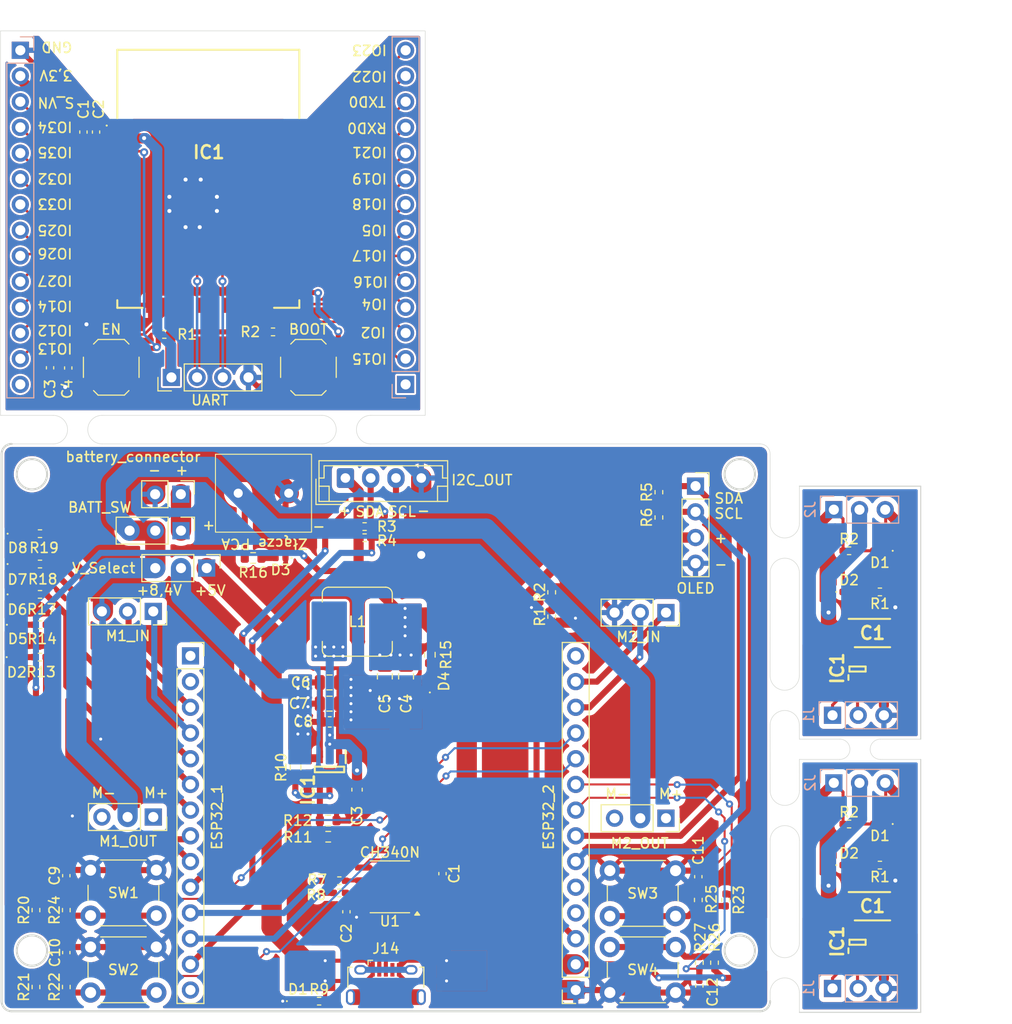
<source format=kicad_pcb>
(kicad_pcb (version 20240108) (generator "pcbnew") (generator_version "8.0")
  (layers (0 "F.Cu" signal) (31 "B.Cu" signal) (34 "B.Paste" user) (35 "F.Paste" user) (36 "B.SilkS" user "B.Silkscreen") (37 "F.SilkS" user "F.Silkscreen") (38 "B.Mask" user) (39 "F.Mask" user) (44 "Edge.Cuts" user))
  (net 0 "")
  (footprint "Capacitor_SMD:C_0805_2012Metric" (layer "F.Cu") (at 54.007121 84.792878 90)
    (property "Reference" "C5")
    (property "Value" "22uF" (hide yes))
  )
  (footprint "Capacitor_SMD:C_0402_1005Metric_Pad0.74x0.62mm_HandSolder" (layer "F.Cu") (at 85.007121 104.592878 90)
    (property "Reference" "C11")
    (property "Value" "10nF" (hide yes))
  )
  (footprint "Resistor_SMD:R_0402_1005Metric_Pad0.72x0.64mm_HandSolder" (layer "F.Cu") (at 32.2 51 180)
    (property "Reference" "R1")
    (property "Value" "10kR" (hide yes))
  )
  (footprint "Resistor_SMD:R_0402_1005Metric_Pad0.72x0.64mm_HandSolder" (layer "F.Cu") (at 49.509621 106.192878 180)
    (property "Reference" "R8")
    (property "Value" "1kR" (hide yes))
  )
  (footprint "Resistor_SMD:R_0402_1005Metric_Pad0.72x0.64mm_HandSolder" (layer "F.Cu") (at 99.916 72.384)
    (property "Reference" "R2")
    (property "Value" "500R")
  )
  (footprint "LED_SMD:LED_0402_1005Metric" (layer "F.Cu") (at 17.702121 82.892878)
    (property "Reference" "D2")
    (property "Value" "LED" (hide yes))
  )
  (footprint "User_defined_footprints:ARK 01x02 5mm" (layer "F.Cu") (at 42.007121 66.692878 180)
    (property "Reference" "J12" (hide yes))
    (property "Value" "Złącze PCA")
  )
  (footprint "Resistor_SMD:R_0402_1005Metric_Pad0.72x0.64mm_HandSolder" (layer "F.Cu") (at 102.964 103.448 180)
    (property "Reference" "R1")
    (property "Value" "500R")
  )
  (footprint "LED_SMD:LED_0402_1005Metric" (layer "F.Cu") (at 58.457121 85.292878 90)
    (property "Reference" "D4")
    (property "Value" "LED" (hide yes))
  )
  (footprint "Resistor_SMD:R_0402_1005Metric_Pad0.72x0.64mm_HandSolder" (layer "F.Cu") (at 22.507121 107.895378 90)
    (property "Reference" "R24")
    (property "Value" "1kR" (hide yes))
  )
  (footprint "Connector_PinSocket_2.54mm:PinSocket_1x14_P2.54mm_Vertical" (layer "F.Cu") (at 72.882121 115.792878 180)
    (property "Reference" "J2" (hide yes))
    (property "Value" "ESP32_2")
  )
  (footprint "Resistor_SMD:R_0402_1005Metric_Pad0.72x0.64mm_HandSolder" (layer "F.Cu") (at 102.964 76.448 180)
    (property "Reference" "R1")
    (property "Value" "500R")
  )
  (footprint "Capacitor_SMD:C_0805_2012Metric" (layer "F.Cu") (at 48.532121 85.392878)
    (property "Reference" "C6")
    (property "Value" "10uF" (hide yes))
  )
  (footprint "User_defined_footprints:SOT95P280X110-6N" (layer "F.Cu") (at 48.532121 93.992878 -90)
    (property "Reference" "IC1")
    (property "Value" "TPS563201DDCR" (hide yes))
  )
  (footprint "Button_Switch_THT:SW_PUSH_6mm_H5mm" (layer "F.Cu") (at 82.757121 116.042878 180)
    (property "Reference" "SW4")
    (property "Value" "SW_Push" (hide yes))
  )
  (footprint "Resistor_SMD:R_0402_1005Metric_Pad0.72x0.64mm_HandSolder" (layer "F.Cu") (at 86.607121 113.092878 90)
    (property "Reference" "R26")
    (property "Value" "10kR" (hide yes))
  )
  (footprint "Resistor_SMD:R_0402_1005Metric_Pad0.72x0.64mm_HandSolder" (layer "F.Cu") (at 42.95 50.75)
    (property "Reference" "R2")
    (property "Value" "10kR" (hide yes))
  )
  (footprint "Resistor_SMD:R_0402_1005Metric_Pad0.72x0.64mm_HandSolder" (layer "F.Cu") (at 99.916 99.384)
    (property "Reference" "R2")
    (property "Value" "500R")
  )
  (footprint "Capacitor_SMD:C_0402_1005Metric_Pad0.74x0.62mm_HandSolder" (layer "F.Cu") (at 85.107121 115.392878 -90)
    (property "Reference" "C12")
    (property "Value" "10nF" (hide yes))
  )
  (footprint "Capacitor_SMD:C_0402_1005Metric_Pad0.74x0.62mm_HandSolder" (layer "F.Cu") (at 24.2 31 90)
    (property "Reference" "C1")
    (property "Value" "100nF" (hide yes))
  )
  (footprint "Connector_PinSocket_2.54mm:PinSocket_1x03_P2.54mm_Vertical" (layer "F.Cu") (at 31.107121 98.692878 -90)
    (property "Reference" "J3" (hide yes))
    (property "Value" "M1_OUT")
  )
  (footprint "Connector_PinHeader_2.54mm:PinHeader_1x03_P2.54mm_Vertical" (layer "F.Cu") (at 36.387121 74.092878 -90)
    (property "Reference" "J9" (hide yes))
    (property "Value" "V_Select")
  )
  (footprint "LED_SMD:LED_0402_1005Metric" (layer "F.Cu") (at 17.792121 70.692878)
    (property "Reference" "D8")
    (property "Value" "LED" (hide yes))
  )
  (footprint "Resistor_SMD:R_0402_1005Metric_Pad0.72x0.64mm_HandSolder" (layer "F.Cu") (at 47.509621 116.892878)
    (property "Reference" "R9")
    (property "Value" "330R" (hide yes))
  )
  (footprint "Resistor_SMD:R_0402_1005Metric_Pad0.72x0.64mm_HandSolder" (layer "F.Cu") (at 70.507121 78.890378 90)
    (property "Reference" "R1")
    (property "Value" "10kR" (hide yes))
  )
  (footprint "Button_Switch_SMD:SW_Push_1P1T_XKB_TS-1187A" (layer "F.Cu") (at 46.45 54.25 180)
    (property "Reference" "SW2" (hide yes))
    (property "Value" "BOOT")
  )
  (footprint "Resistor_SMD:R_0402_1005Metric_Pad0.72x0.64mm_HandSolder" (layer "F.Cu") (at 52.007121 69.992878)
    (property "Reference" "R3")
    (property "Value" "2,4kR" (hide yes))
  )
  (footprint "Diode_SMD:D_0402_1005Metric_Pad0.77x0.64mm_HandSolder" (layer "F.Cu") (at 102.964 72.384 180)
    (property "Reference" "D1")
    (property "Value" "LED")
  )
  (footprint "Diode_SMD:D_0402_1005Metric_Pad0.77x0.64mm_HandSolder" (layer "F.Cu") (at 99.916 76.448)
    (property "Reference" "D2")
    (property "Value" "LED")
  )
  (footprint "Connector_PinSocket_2.54mm:PinSocket_1x04_P2.54mm_Vertical" (layer "F.Cu") (at 84.732121 65.992878)
    (property "Reference" "J11" (hide yes))
    (property "Value" "OLED")
  )
  (footprint "Resistor_SMD:R_0603_1608Metric" (layer "F.Cu") (at 48.407121 100.642878)
    (property "Reference" "R11")
    (property "Value" "33.2kR" (hide yes))
  )
  (footprint "Resistor_SMD:R_0402_1005Metric_Pad0.72x0.64mm_HandSolder" (layer "F.Cu") (at 52.007121 71.092878)
    (property "Reference" "R4")
    (property "Value" "2,4kR" (hide yes))
  )
  (footprint "Button_Switch_SMD:SW_Push_1P1T_XKB_TS-1187A" (layer "F.Cu") (at 26.95 54.25 180)
    (property "Reference" "SW1" (hide yes))
    (property "Value" "EN")
  )
  (footprint "Capacitor_SMD:C_0402_1005Metric_Pad0.74x0.62mm_HandSolder" (layer "F.Cu") (at 25.45 31 90)
    (property "Reference" "C2")
    (property "Value" "22uF" (hide yes))
  )
  (footprint "Diode_SMD:D_0402_1005Metric_Pad0.77x0.64mm_HandSolder" (layer "F.Cu") (at 102.964 99.384 180)
    (property "Reference" "D1")
    (property "Value" "LED")
  )
  (footprint "Button_Switch_THT:SW_PUSH_6mm_H5mm" (layer "F.Cu") (at 76.257121 103.992878)
    (property "Reference" "SW3")
    (property "Value" "SW_Push" (hide yes))
  )
  (footprint "LED_SMD:LED_0402_1005Metric" (layer "F.Cu") (at 17.789621 76.692878)
    (property "Reference" "D6")
    (property "Value" "LED" (hide yes))
  )
  (footprint "Resistor_SMD:R_0402_1005Metric_Pad0.72x0.64mm_HandSolder" (layer "F.Cu") (at 49.507121 104.992878 180)
    (property "Reference" "R7")
    (property "Value" "1kR" (hide yes))
  )
  (footprint "Connector_PinSocket_2.54mm:PinSocket_1x03_P2.54mm_Vertical" (layer "F.Cu") (at 81.807121 78.492878 -90)
    (property "Reference" "J5" (hide yes))
    (property "Value" "M2_IN")
  )
  (footprint "Resistor_SMD:R_0402_1005Metric_Pad0.72x0.64mm_HandSolder" (layer "F.Cu") (at 19.507121 115.492878 -90)
    (property "Reference" "R21")
    (property "Value" "10kR" (hide yes))
  )
  (footprint "LED_SMD:LED_0402_1005Metric" (layer "F.Cu") (at 45.409621 116.892878)
    (property "Reference" "D1")
    (property "Value" "LED" (hide yes))
  )
  (footprint "Connector_PinSocket_2.54mm:PinSocket_1x03_P2.54mm_Vertical" (layer "F.Cu") (at 81.807121 98.812878 -90)
    (property "Reference" "J6" (hide yes))
    (property "Value" "M2_OUT")
  )
  (footprint "LED_SMD:LED_0402_1005Metric" (layer "F.Cu") (at 17.724621 79.692878)
    (property "Reference" "D5")
    (property "Value" "LED" (hide yes))
  )
  (footprint "Capacitor_SMD:C_0603_1608Metric" (layer "F.Cu") (at 48.557121 89.292878)
    (property "Reference" "C8")
    (property "Value" "0.1uF" (hide yes))
  )
  (footprint "Connector_PinSocket_2.54mm:PinSocket_1x14_P2.54mm_Vertical" (layer "F.Cu") (at 34.782121 82.772878)
    (property "Reference" "J1" (hide yes))
    (property "Value" "ESP32_1")
  )
  (footprint "Connector_PinSocket_2.54mm:PinSocket_1x03_P2.54mm_Vertical" (layer "F.Cu") (at 31.107121 78.372878 -90)
    (property "Reference" "J4" (hide yes))
    (property "Value" "M1_IN")
  )
  (footprint "Capacitor_SMD:C_0805_2012Metric" (layer "F.Cu") (at 48.532121 87.492878)
    (property "Reference" "C7")
    (property "Value" "10uF" (hide yes))
  )
  (footprint "Capacitor_SMD:C_0402_1005Metric_Pad0.74x0.62mm_HandSolder" (layer "F.Cu") (at 22.507121 112.092878 90)
    (property "Reference" "C10")
    (property "Value" "10nF" (hide yes))
  )
  (footprint "Resistor_SMD:R_0603_1608Metric" (layer "F.Cu") (at 45.182121 93.792878 90)
    (property "Reference" "R10")
    (property "Value" "10kR" (hide yes))
  )
  (footprint "Resistor_SMD:R_0402_1005Metric_Pad0.72x0.64mm_HandSolder" (layer "F.Cu") (at 81.107121 66.592878 90)
    (property "Reference" "R5")
    (property "Value" "2,4kR" (hide yes))
  )
  (footprint "Resistor_SMD:R_0402_1005Metric_Pad0.72x0.64mm_HandSolder" (layer "F.Cu") (at 85.107121 113.092878 -90)
    (property "Reference" "R27")
    (property "Value" "1kR" (hide yes))
  )
  (footprint "Resistor_SMD:R_0402_1005Metric_Pad0.72x0.64mm_HandSolder" (layer "F.Cu") (at 19.904621 73.692878 180)
    (property "Reference" "R18")
    (property "Value" "330R" (hide yes))
  )
  (footprint "Capacitor_SMD:C_0603_1608Metric" (layer "F.Cu") (at 51.257121 95.992878 -90)
    (property "Reference" "C3")
    (property "Value" "0.1uF" (hide yes))
  )
  (footprint "Inductor_SMD:L_Bourns_SRP7028A_7.3x6.6mm" (layer "F.Cu") (at 51.282121 79.392878 180)
    (property "Reference" "L1")
    (property "Value" "2.2uH" (hide yes))
  )
  (footprint "Resistor_SMD:R_0603_1608Metric" (layer "F.Cu") (at 48.407121 99.042878 180)
    (property "Reference" "R12")
    (property "Value" "10kR" (hide yes))
  )
  (footprint "LED_SMD:LED_0402_1005Metric" (layer "F.Cu") (at 43.697121 73.092878 180)
    (property "Reference" "D3")
    (property "Value" "LED" (hide yes))
  )
  (footprint "Resistor_SMD:R_0402_1005Metric_Pad0.72x0.64mm_HandSolder" (layer "F.Cu") (at 81.107121 69.092878 90)
    (property "Reference" "R6")
    (property "Value" "2,4kR" (hide yes))
  )
  (footprint "User_defined_footprints:CAPPM3528X210N" (layer "F.Cu") (at 102.2274 107.512)
    (property "Reference" "C1")
    (property "Value" "C_Polarized" (hide yes))
  )
  (footprint "Capacitor_SMD:C_0402_1005Metric_Pad0.74x0.62mm_HandSolder" (layer "F.Cu") (at 20.9 54.3 -90)
    (property "Reference" "C3")
    (property "Value" "1uF" (hide yes))
  )
  (footprint "Connector_PinHeader_2.54mm:PinHeader_1x03_P2.54mm_Vertical" (layer "F.Cu") (at 33.847121 70.392878 -90)
    (property "Reference" "J10" (hide yes))
    (property "Value" "BATT_SW")
  )
  (footprint "Capacitor_SMD:C_0402_1005Metric_Pad0.74x0.62mm_HandSolder" (layer "F.Cu") (at 22.507121 104.492878 90)
    (property "Reference" "C9")
    (property "Value" "10nF" (hide yes))
  )
  (footprint "Package_SO:SOP-8_3.9x4.9mm_P1.27mm" (layer "F.Cu") (at 54.507121 105.592878 180)
    (property "Reference" "U1")
    (property "Value" "CH340N")
  )
  (footprint "Diode_SMD:D_0402_1005Metric_Pad0.77x0.64mm_HandSolder" (layer "F.Cu") (at 99.916 103.448)
    (property "Reference" "D2")
    (property "Value" "LED")
  )
  (footprint "Resistor_SMD:R_0402_1005Metric_Pad0.72x0.64mm_HandSolder" (layer "F.Cu") (at 19.904621 70.692878 180)
    (property "Reference" "R19")
    (property "Value" "330R" (hide yes))
  )
  (footprint "Button_Switch_THT:SW_PUSH_6mm_H5mm" (layer "F.Cu") (at 24.907121 111.542878)
    (property "Reference" "SW2")
    (property "Value" "SW_Push" (hide yes))
  )
  (footprint "User_defined_footprints:SOTFL50P160X60-6N" (layer "F.Cu") (at 100.7506 84.068 90)
    (property "Reference" "IC1")
    (property "Value" "DRV8210DRLR" (hide yes))
  )
  (footprint "Resistor_SMD:R_0402_1005Metric_Pad0.72x0.64mm_HandSolder" (layer "F.Cu") (at 70.507121 76.487878 90)
    (property "Reference" "R2")
    (property "Value" "10kR" (hide yes))
  )
  (footprint "Button_Switch_THT:SW_PUSH_6mm_H5mm" (layer "F.Cu") (at 24.907121 103.942878)
    (property "Reference" "SW1")
    (property "Value" "SW_Push" (hide yes))
  )
  (footprint "Capacitor_SMD:C_0805_2012Metric" (layer "F.Cu") (at 56.107121 84.792878 90)
    (property "Reference" "C4")
    (property "Value" "22uF" (hide yes))
  )
  (footprint "Resistor_SMD:R_0402_1005Metric_Pad0.72x0.64mm_HandSolder" (layer "F.Cu") (at 87.707121 106.892878 -90)
    (property "Reference" "R23")
    (property "Value" "10kR" (hide yes))
  )
  (footprint "Connector_USB:USB_Micro-B_Amphenol_10118194_Horizontal" (layer "F.Cu") (at 54.107121 115.192878)
    (property "Reference" "J14")
    (property "Value" "USB_B_Micro" (hide yes))
  )
  (footprint "Resistor_SMD:R_0402_1005Metric_Pad0.72x0.64mm_HandSolder" (layer "F.Cu") (at 19.904621 76.692878 180)
    (property "Reference" "R17")
    (property "Value" "330R" (hide yes))
  )
  (footprint "User_defined_footprints:SOTFL50P160X60-6N" (layer "F.Cu") (at 100.7506 111.068 90)
    (property "Reference" "IC1")
    (property "Value" "DRV8210DRLR" (hide yes))
  )
  (footprint "Capacitor_SMD:C_0402_1005Metric_Pad0.74x0.62mm_HandSolder" (layer "F.Cu") (at 50.207121 108.060378 -90)
    (property "Reference" "C2")
    (property "Value" "100nF" (hide yes))
  )
  (footprint "User_defined_footprints:CAPPM3528X210N" (layer "F.Cu") (at 102.2274 80.512)
    (property "Reference" "C1")
    (property "Value" "C_Polarized" (hide yes))
  )
  (footprint "LED_SMD:LED_0402_1005Metric" (layer "F.Cu") (at 17.789621 73.692878)
    (property "Reference" "D7")
    (property "Value" "LED" (hide yes))
  )
  (footprint "Resistor_SMD:R_0402_1005Metric_Pad0.72x0.64mm_HandSolder" (layer "F.Cu") (at 85.007121 106.892878 90)
    (property "Reference" "R25")
    (property "Value" "1kR" (hide yes))
  )
  (footprint "Capacitor_SMD:C_0402_1005Metric_Pad0.74x0.62mm_HandSolder" (layer "F.Cu") (at 59.707121 104.292878 -90)
    (property "Reference" "C1")
    (property "Value" "100nF" (hide yes))
  )
  (footprint "Resistor_SMD:R_0603_1608Metric" (layer "F.Cu") (at 58.457121 82.657878 90)
    (property "Reference" "R15")
    (property "Value" "330R" (hide yes))
  )
  (footprint "User_defined_footprints:ESP32WROOM32EN4" (layer "F.Cu") (at 36.55 35.62)
    (property "Reference" "IC1")
    (property "Value" "ESP32-WROOM-32E-N4" (hide yes))
  )
  (footprint "Resistor_SMD:R_0402_1005Metric_Pad0.72x0.64mm_HandSolder" (layer "F.Cu") (at 19.924621 79.692878 180)
    (property "Reference" "R14")
    (property "Value" "330R" (hide yes))
  )
  (footprint "Connector_PinHeader_2.54mm:PinHeader_1x02_P2.54mm_Vertical" (layer "F.Cu") (at 33.832121 66.792878 -90)
    (property "Reference" "J8" (hide yes))
    (property "Value" "battery_connector")
  )
  (footprint "Capacitor_SMD:C_0402_1005Metric_Pad0.74x0.62mm_HandSolder" (layer "F.Cu") (at 22.7 54.3175 90)
    (property "Reference" "C4")
    (property "Value" "100nF" (hide yes))
  )
  (footprint "Resistor_SMD:R_0402_1005Metric_Pad0.72x0.64mm_HandSolder" (layer "F.Cu") (at 19.904621 82.892878 180)
    (property "Reference" "R13")
    (property "Value" "330R" (hide yes))
  )
  (footprint "Resistor_SMD:R_0402_1005Metric_Pad0.72x0.64mm_HandSolder" (layer "F.Cu") (at 19.507121 107.892878 -90)
    (property "Reference" "R20")
    (property "Value" "10kR" (hide yes))
  )
  (footprint "Connector_PinHeader_2.54mm:PinHeader_1x04_P2.54mm_Vertical" (layer "F.Cu") (at 32.9 55.25 90)
    (property "Reference" "J3" (hide yes))
    (property "Value" "UART")
  )
  (footprint "Resistor_SMD:R_0402_1005Metric_Pad0.72x0.64mm_HandSolder" (layer "F.Cu") (at 22.507121 115.492878 90)
    (property "Reference" "R22")
    (property "Value" "1kR" (hide yes))
  )
  (footprint "Connector_JST:JST_EH_B4B-EH-A_1x04_P2.50mm_Vertical" (layer "F.Cu") (at 50.107121 65.192878)
    (property "Reference" "J7" (hide yes))
    (property "Value" "I2C_OUT")
  )
  (footprint "Resistor_SMD:R_0603_1608Metric" (layer "F.Cu") (at 40.982121 73.092878 180)
    (property "Reference" "R16")
    (property "Value" "1kR" (hide yes))
  )
  (footprint "Connector_PinHeader_2.54mm:PinHeader_1x03_P2.54mm_Vertical" (layer "B.Cu") (at 98.407 95.32 -90)
    (property "Reference" "J2")
    (property "Value" "Conn_01x03_Pin" (hide yes))
  )
  (footprint "Connector_PinHeader_2.54mm:PinHeader_1x03_P2.54mm_Vertical" (layer "B.Cu") (at 98.28 88.64 -90)
    (property "Reference" "J1")
    (property "Value" "Conn_01x03_Pin" (hide yes))
  )
  (footprint "Connector_PinHeader_2.54mm:PinHeader_1x14_P2.54mm_Vertical" (layer "B.Cu") (at 56.06 55.94)
    (property "Reference" "J1" (hide yes))
    (property "Value" "Conn_01x14_Pin" (hide yes))
  )
  (footprint "Connector_PinHeader_2.54mm:PinHeader_1x03_P2.54mm_Vertical" (layer "B.Cu") (at 98.28 115.64 -90)
    (property "Reference" "J1")
    (property "Value" "Conn_01x03_Pin" (hide yes))
  )
  (footprint "Connector_PinHeader_2.54mm:PinHeader_1x03_P2.54mm_Vertical" (layer "B.Cu") (at 98.407 68.32 -90)
    (property "Reference" "J2")
    (property "Value" "Conn_01x03_Pin" (hide yes))
  )
  (footprint "Connector_PinHeader_2.54mm:PinHeader_1x14_P2.54mm_Vertical" (layer "B.Cu") (at 17.96 22.92 180)
    (property "Reference" "J2" (hide yes))
    (property "Value" "Conn_01x14_Pin" (hide yes))
  )
  (gr_line (start 95 66) (end 107 66) (stroke (width 0.1)) (layer "Edge.Cuts"))
  (gr_arc (start 92.11 116.04) (mid 93.555 114.595) (end 95 116.04) (stroke (width 0.05)) (layer "Edge.Cuts"))
  (gr_line (start 99 93) (end 95 93) (stroke (width 0.05)) (layer "Edge.Cuts"))
  (gr_arc (start 95 111.15) (mid 93.555 112.595) (end 92.11 111.15) (stroke (width 0.05)) (layer "Edge.Cuts"))
  (gr_line (start 107 118) (end 107 93) (stroke (width 0.1)) (layer "Edge.Cuts"))
  (gr_line (start 95 74.56) (end 94.995 84.72) (stroke (width 0.05)) (layer "Edge.Cuts"))
  (gr_arc (start 103 93) (mid 102 92) (end 103 91) (stroke (width 0.05)) (layer "Edge.Cuts"))
  (gr_arc (start 17.10712 117.892879) (mid 16.4 117.6) (end 16.107121 116.89288) (stroke (width 0.2)) (layer "Edge.Cuts"))
  (gr_arc (start 21.22 59) (mid 22.63 60.41) (end 21.22 61.82) (stroke (width 0.05)) (layer "Edge.Cuts"))
  (gr_arc (start 92.11 74.56) (mid 93.555 73.115) (end 95 74.56) (stroke (width 0.05)) (layer "Edge.Cuts"))
  (gr_circle (center 89.107121 64.819879) (end 90.607121 64.819879) (stroke (width 0.2)) (fill none) (layer "Edge.Cuts"))
  (gr_arc (start 47.79 59) (mid 49.2 60.41) (end 47.79 61.82) (stroke (width 0.05)) (layer "Edge.Cuts"))
  (gr_line (start 16.107121 62.819882) (end 16.107121 116.89288) (stroke (width 0.2)) (layer "Edge.Cuts"))
  (gr_line (start 92.107121 116.892788) (end 92.11 116.04) (stroke (width 0.05)) (layer "Edge.Cuts"))
  (gr_line (start 92.115 96.1) (end 92.105 89.61) (stroke (width 0.05)) (layer "Edge.Cuts"))
  (gr_line (start 107 91) (end 103 91) (stroke (width 0.05)) (layer "Edge.Cuts"))
  (gr_arc (start 92.105 89.61) (mid 93.55 88.165) (end 94.995 89.61) (stroke (width 0.05)) (layer "Edge.Cuts"))
  (gr_line (start 92.11 69.67) (end 92.107121 62.819879) (stroke (width 0.05)) (layer "Edge.Cuts"))
  (gr_line (start 94.995 89.61) (end 95 91) (stroke (width 0.05)) (layer "Edge.Cuts"))
  (gr_line (start 58 59) (end 58 21) (stroke (width 0.05)) (layer "Edge.Cuts"))
  (gr_line (start 16 59) (end 21.22 59) (stroke (width 0.05)) (layer "Edge.Cuts"))
  (gr_arc (start 94.995 84.72) (mid 93.55 86.165) (end 92.105 84.72) (stroke (width 0.05)) (layer "Edge.Cuts"))
  (gr_line (start 95 116.04) (end 95 118) (stroke (width 0.05)) (layer "Edge.Cuts"))
  (gr_line (start 95 118) (end 107 118) (stroke (width 0.1)) (layer "Edge.Cuts"))
  (gr_line (start 16 21) (end 58 21) (stroke (width 0.05)) (layer "Edge.Cuts"))
  (gr_line (start 92.105 84.72) (end 92.11 74.56) (stroke (width 0.05)) (layer "Edge.Cuts"))
  (gr_arc (start 95 69.67) (mid 93.555 71.115) (end 92.11 69.67) (stroke (width 0.05)) (layer "Edge.Cuts"))
  (gr_circle (center 19.107121 111.892879) (end 20.607121 111.892879) (stroke (width 0.2)) (fill none) (layer "Edge.Cuts"))
  (gr_line (start 16 21) (end 16 59) (stroke (width 0.05)) (layer "Edge.Cuts"))
  (gr_line (start 17.10712 117.892879) (end 91.117932 117.892879) (stroke (width 0.2)) (layer "Edge.Cuts"))
  (gr_line (start 26.04 59) (end 47.79 59) (stroke (width 0.05)) (layer "Edge.Cuts"))
  (gr_arc (start 52.61 61.82) (mid 51.2 60.41) (end 52.61 59) (stroke (width 0.05)) (layer "Edge.Cuts"))
  (gr_arc (start 95.005 96.1) (mid 93.56 97.545) (end 92.115 96.1) (stroke (width 0.05)) (layer "Edge.Cuts"))
  (gr_line (start 92.11 111.15) (end 92.115 100.99) (stroke (width 0.05)) (layer "Edge.Cuts"))
  (gr_circle (center 19.107121 64.819879) (end 20.607121 64.819879) (stroke (width 0.2)) (fill none) (layer "Edge.Cuts"))
  (gr_arc (start 92.107121 116.892788) (mid 91.818028 117.596094) (end 91.117932 117.892879) (stroke (width 0.2)) (layer "Edge.Cuts"))
  (gr_line (start 107 93) (end 103 93) (stroke (width 0.05)) (layer "Edge.Cuts"))
  (gr_line (start 95.005 100.99) (end 95 111.15) (stroke (width 0.05)) (layer "Edge.Cuts"))
  (gr_arc (start 26.04 61.82) (mid 24.63 60.41) (end 26.04 59) (stroke (width 0.05)) (layer "Edge.Cuts"))
  (gr_line (start 47.79 61.82) (end 26.04 61.82) (stroke (width 0.05)) (layer "Edge.Cuts"))
  (gr_line (start 52.61 61.82) (end 91.10717 61.819879) (stroke (width 0.05)) (layer "Edge.Cuts"))
  (gr_circle (center 89.107121 111.892879) (end 90.607121 111.892879) (stroke (width 0.2)) (fill none) (layer "Edge.Cuts"))
  (gr_line (start 58 59) (end 52.61 59) (stroke (width 0.05)) (layer "Edge.Cuts"))
  (gr_arc (start 91.10717 61.819879) (mid 91.814245 62.11279) (end 92.107121 62.819879) (stroke (width 0.05)) (layer "Edge.Cuts"))
  (gr_line (start 95.005 96.1) (end 95 93) (stroke (width 0.05)) (layer "Edge.Cuts"))
  (gr_arc (start 99 91) (mid 100 92) (end 99 93) (stroke (width 0.05)) (layer "Edge.Cuts"))
  (gr_arc (start 92.115 100.99) (mid 93.56 99.545) (end 95.005 100.99) (stroke (width 0.05)) (layer "Edge.Cuts"))
  (gr_line (start 99 91) (end 95 91) (stroke (width 0.05)) (layer "Edge.Cuts"))
  (gr_line (start 17.107125 61.819879) (end 21.22 61.82) (stroke (width 0.05)) (layer "Edge.Cuts"))
  (gr_line (start 95 69.67) (end 95 66) (stroke (width 0.05)) (layer "Edge.Cuts"))
  (gr_line (start 107 91) (end 107 66) (stroke (width 0.1)) (layer "Edge.Cuts"))
  (gr_arc (start 16.107121 62.819882) (mid 16.400009 62.112766) (end 17.107125 61.819879) (stroke (width 0.2)) (layer "Edge.Cuts"))
  (gr_text "-" (at 46.757121 70.542878 0) (layer "F.SilkS") (effects (font (size 1 1) (thickness 0.16)) (justify left bottom)))
  (gr_text "IO17" (at 54.3 42.6 180) (layer "F.SilkS") (effects (font (size 1 1) (thickness 0.16)) (justify left bottom)))
  (gr_text "-" (at 57.107121 68.992878 0) (layer "F.SilkS") (effects (font (size 1 1) (thickness 0.16)) (justify left bottom)))
  (gr_text "IO19" (at 54.3 35 180) (layer "F.SilkS") (effects (font (size 1 1) (thickness 0.16)) (justify left bottom)))
  (gr_text "IO35" (at 23.2 32.4 180) (layer "F.SilkS") (effects (font (size 1 1) (thickness 0.16)) (justify left bottom)))
  (gr_text "IO2" (at 54.2 50.2 180) (layer "F.SilkS") (effects (font (size 1 1) (thickness 0.16)) (justify left bottom)))
  (gr_text "GND" (at 23.2 22 180) (layer "F.SilkS") (effects (font (size 1 1) (thickness 0.16)) (justify left bottom)))
  (gr_text "IO32" (at 23.2 35 180) (layer "F.SilkS") (effects (font (size 1 1) (thickness 0.16)) (justify left bottom)))
  (gr_text "IO34" (at 23.2 29.9 180) (layer "F.SilkS") (effects (font (size 1 1) (thickness 0.16)) (justify left bottom)))
  (gr_text "S_VN" (at 23.4 27.5 180) (layer "F.SilkS") (effects (font (size 1 1) (thickness 0.16)) (justify left bottom)))
  (gr_text "IO22" (at 54.3 24.9 180) (layer "F.SilkS") (effects (font (size 1 1) (thickness 0.16)) (justify left bottom)))
  (gr_text "IO21" (at 54.3 32.4 180) (layer "F.SilkS") (effects (font (size 1 1) (thickness 0.16)) (justify left bottom)))
  (gr_text "SDA" (at 51.007121 69.092878 0) (layer "F.SilkS") (effects (font (size 1 1) (thickness 0.16)) (justify left bottom)))
  (gr_text "IO18" (at 54.3 37.5 180) (layer "F.SilkS") (effects (font (size 1 1) (thickness 0.16)) (justify left bottom)))
  (gr_text "SCL" (at 54.207121 69.092878 0) (layer "F.SilkS") (effects (font (size 1 1) (thickness 0.16)) (justify left bottom)))
  (gr_text "TXD0" (at 54.2 27.4 180) (layer "F.SilkS") (effects (font (size 1 1) (thickness 0.16)) (justify left bottom)))
  (gr_text "SCL" (at 86.507121 69.292878 0) (layer "F.SilkS") (effects (font (size 1 1) (thickness 0.16)) (justify left bottom)))
  (gr_text "+\n" (at 35.867121 70.412878 0) (layer "F.SilkS") (effects (font (size 1 1) (thickness 0.16)) (justify left bottom)))
  (gr_text "-" (at 30.507121 64.992878 0) (layer "F.SilkS") (effects (font (size 1 1) (thickness 0.16)) (justify left bottom)))
  (gr_text "SDA" (at 86.507121 67.792878 0) (layer "F.SilkS") (effects (font (size 1 1) (thickness 0.16)) (justify left bottom)))
  (gr_text "IO25" (at 23.2 40.1 180) (layer "F.SilkS") (effects (font (size 1 1) (thickness 0.16)) (justify left bottom)))
  (gr_text "3,3V" (at 23.2 24.8 180) (layer "F.SilkS") (effects (font (size 1 1) (thickness 0.16)) (justify left bottom)))
  (gr_text "IO23" (at 54.3 22.3 180) (layer "F.SilkS") (effects (font (size 1 1) (thickness 0.16)) (justify left bottom)))
  (gr_text "+\n" (at 86.507121 71.692878 0) (layer "F.SilkS") (effects (font (size 1 1) (thickness 0.16)) (justify left bottom)))
  (gr_text "IO4" (at 54.3 47.4 180) (layer "F.SilkS") (effects (font (size 1 1) (thickness 0.16)) (justify left bottom)))
  (gr_text "IO33" (at 23.2 37.5 180) (layer "F.SilkS") (effects (font (size 1 1) (thickness 0.16)) (justify left bottom)))
  (gr_text "IO12" (at 23.2 50 180) (layer "F.SilkS") (effects (font (size 1 1) (thickness 0.16)) (justify left bottom)))
  (gr_text "-" (at 86.507121 74.292878 0) (layer "F.SilkS") (effects (font (size 1 1) (thickness 0.16)) (justify left bottom)))
  (gr_text "+8,4V" (at 29.357121 76.872878 0) (layer "F.SilkS") (effects (font (size 1 1) (thickness 0.16)) (justify left bottom)))
  (gr_text "IO16" (at 54.4 45.2 180) (layer "F.SilkS") (effects (font (size 1 1) (thickness 0.16)) (justify left bottom)))
  (gr_text "RXD0" (at 54.3 30 180) (layer "F.SilkS") (effects (font (size 1 1) (thickness 0.16)) (justify left bottom)))
  (gr_text "M+" (at 81.007121 96.992878 0) (layer "F.SilkS") (effects (font (size 1 1) (thickness 0.16)) (justify left bottom)))
  (gr_text "IO15" (at 54.3 52.8 180) (layer "F.SilkS") (effects (font (size 1 1) (thickness 0.16)) (justify left bottom)))
  (gr_text "IO5" (at 54.3 40.1 180) (layer "F.SilkS") (effects (font (size 1 1) (thickness 0.16)) (justify left bottom)))
  (gr_text "IO14" (at 23.2 47.6 180) (layer "F.SilkS") (effects (font (size 1 1) (thickness 0.16)) (justify left bottom)))
  (gr_text "IO26" (at 23.2 42.4 180) (layer "F.SilkS") (effects (font (size 1 1) (thickness 0.16)) (justify left bottom)))
  (gr_text "M-\n" (at 75.707121 96.992878 0) (layer "F.SilkS") (effects (font (size 1 1) (thickness 0.16)) (justify left bottom)))
  (gr_text "+\n" (at 33.207121 64.992878 0) (layer "F.SilkS") (effects (font (size 1 1) (thickness 0.16)) (justify left bottom)))
  (gr_text "M-\n" (at 24.907121 96.892878 0) (layer "F.SilkS") (effects (font (size 1 1) (thickness 0.16)) (justify left bottom)))
  (gr_text "+5V" (at 35.107121 76.892878 0) (layer "F.SilkS") (effects (font (size 1 1) (thickness 0.16)) (justify left bottom)))
  (gr_text "M+" (at 30.107121 96.892878 0) (layer "F.SilkS") (effects (font (size 1 1) (thickness 0.16)) (justify left bottom)))
  (gr_text "+\n" (at 49.307121 68.992878 0) (layer "F.SilkS") (effects (font (size 1 1) (thickness 0.16)) (justify left bottom)))
  (gr_text "IO27" (at 23.2 45.1 180) (layer "F.SilkS") (effects (font (size 1 1) (thickness 0.16)) (justify left bottom)))
  (gr_text "IO13" (at 23.2 51.8 180) (layer "F.SilkS") (effects (font (size 1 1) (thickness 0.16)) (justify left bottom)))
  (segment (start 88.307121 97.627192) (end 88.307121 101.860378) (width 0.2) (layer "F.Cu") (net 0))
  (segment (start 58.457121 84.807878) (end 58.457121 83.482878) (width 0.6) (layer "F.Cu") (net 0))
  (segment (start 50.212121 107.497878) (end 50.207121 107.492878) (width 0.4) (layer "F.Cu") (net 0))
  (segment (start 103.5615 99.409) (end 103.5365 99.384) (width 0.3) (layer "F.Cu") (net 0))
  (segment (start 24.2 29.16) (end 24.2 30.4325) (width 0.5) (layer "F.Cu") (net 0))
  (segment (start 44.3 35.44) (end 37.95 41.79) (width 0.25) (layer "F.Cu") (net 0))
  (segment (start 36.45 38.08) (end 36.29 38.08) (width 1) (layer "F.Cu") (net 0))
  (segment (start 27.8 35.44) (end 25.4 35.44) (width 0.25) (layer "F.Cu") (net 0))
  (segment (start 76.007121 115.792878) (end 76.257121 116.042878) (width 0.6) (layer "F.Cu") (net 0))
  (segment (start 61.007121 115.792878) (end 60.107121 114.892878) (width 2) (layer "F.Cu") (net 0))
  (segment (start 47.207121 104.992878) (end 48.909621 104.992878) (width 0.6) (layer "F.Cu") (net 0))
  (segment (start 17.307121 70.692878) (end 17.307121 73.690378) (width 0.6) (layer "F.Cu") (net 0))
  (segment (start 45.3 34.17) (end 44.3 34.17) (width 0.25) (layer "F.Cu") (net 0))
  (segment (start 83.809621 113.690378) (end 83.807121 113.692878) (width 0.2) (layer "F.Cu") (net 0))
  (segment (start 27.8 45.6) (end 20.68 45.6) (width 0.25) (layer "F.Cu") (net 0))
  (segment (start 82.757121 103.992878) (end 84.974621 103.992878) (width 0.6) (layer "F.Cu") (net 0))
  (segment (start 27.8 40.52) (end 20.32 40.52) (width 0.25) (layer "F.Cu") (net 0))
  (segment (start 32.97 38.8) (end 33.65 39.48) (width 1) (layer "F.Cu") (net 0))
  (segment (start 19.507121 107.295378) (end 19.507121 85.892878) (width 0.6) (layer "F.Cu") (net 0))
  (segment (start 69.007121 106.837878) (end 72.882121 110.712878) (width 0.6) (layer "F.Cu") (net 0))
  (segment (start 103.36 114.624) (end 103.36 113.6654) (width 1) (layer "F.Cu") (net 0))
  (segment (start 31.932121 64.592878) (end 42.407121 64.592878) (width 2) (layer "F.Cu") (net 0))
  (segment (start 20.36 51) (end 17.96 53.4) (width 0.25) (layer "F.Cu") (net 0))
  (segment (start 100.7506 80.5388) (end 100.7774 80.512) (width 0.3) (layer "F.Cu") (net 0))
  (segment (start 52.657121 86.192878) (end 53.457121 86.992878) (width 0.6) (layer "F.Cu") (net 0))
  (segment (start 23.95 56.125) (end 23.94 56.125) (width 0.25) (layer "F.Cu") (net 0))
  (segment (start 24.907121 103.942878) (end 31.407121 103.942878) (width 0.6) (layer "F.Cu") (net 0))
  (segment (start 44.182121 73.092878) (end 44.182121 67.017878) (width 0.6) (layer "F.Cu") (net 0))
  (segment (start 51.357121 89.092878) (end 53.457121 86.992878) (width 0.6) (layer "F.Cu") (net 0))
  (segment (start 34.3 35.93) (end 35.05 36.68) (width 1) (layer "F.Cu") (net 0))
  (segment (start 45.182121 92.967878) (end 47.357121 92.967878) (width 0.6) (layer "F.Cu") (net 0))
  (segment (start 53.457121 113.792878) (end 53.457121 109.342878) (width 0.4) (layer "F.Cu") (net 0))
  (segment (start 22.507121 116.090378) (end 19.507121 116.090378) (width 0.6) (layer "F.Cu") (net 0))
  (segment (start 20.68 45.6) (end 17.96 48.32) (width 0.25) (layer "F.Cu") (net 0))
  (segment (start 99.3435 76.448) (end 99.3435 72.409) (width 0.3) (layer "F.Cu") (net 0))
  (segment (start 76.727121 78.492878) (end 74.124621 75.890378) (width 0.6) (layer "F.Cu") (net 0))
  (segment (start 45.182121 89.817878) (end 45.407121 89.592878) (width 0.6) (layer "F.Cu") (net 0))
  (segment (start 32.105 49.12) (end 30.225 51) (width 0.25) (layer "F.Cu") (net 0))
  (segment (start 52.707121 71.195378) (end 52.604621 71.092878) (width 0.6) (layer "F.Cu") (net 0))
  (segment (start 24.1375 31.63) (end 24.2 31.5675) (width 0.5) (layer "F.Cu") (net 0))
  (segment (start 54.97 41.79) (end 45.3 41.79) (width 0.25) (layer "F.Cu") (net 0))
  (segment (start 52.43 36.71) (end 45.3 36.71) (width 0.25) (layer "F.Cu") (net 0))
  (segment (start 89.107121 70.367878) (end 89.107121 94.692878) (width 0.6) (layer "F.Cu") (net 0))
  (segment (start 33.847121 70.392878) (end 33.847121 66.807878) (width 2) (layer "F.Cu") (net 0))
  (segment (start 100.2506 112.6534) (end 100.2506 111.906) (width 0.3) (layer "F.Cu") (net 0))
  (segment (start 28.667121 81.737878) (end 28.667121 78.372878) (width 0.6) (layer "F.Cu") (net 0))
  (segment (start 99.3435 103.448) (end 99.3435 99.409) (width 0.3) (layer "F.Cu") (net 0))
  (segment (start 88.02712 106.295378) (end 91.307121 109.575379) (width 0.6) (layer "F.Cu") (net 0))
  (segment (start 103.5365 95.3695) (end 103.487 95.32) (width 0.3) (layer "F.Cu") (net 0))
  (segment (start 22.6825 53.7325) (end 22.7 53.75) (width 0.5) (layer "F.Cu") (net 0))
  (segment (start 22.7 54.885) (end 22.71 54.885) (width 0.5) (layer "F.Cu") (net 0))
  (segment (start 34.3 40.4) (end 34.3 40.23) (width 1) (layer "F.Cu") (net 0))
  (segment (start 83.247121 100.552878) (end 72.882121 100.552878) (width 0.6) (layer "F.Cu") (net 0))
  (segment (start 104.488 104.972) (end 104.996 105.48) (width 0.3) (layer "F.Cu") (net 0))
  (segment (start 49.232121 99.042878) (end 50.488661 99.042878) (width 0.6) (layer "F.Cu") (net 0))
  (segment (start 50.332121 96.767878) (end 51.257121 96.767878) (width 0.6) (layer "F.Cu") (net 0))
  (segment (start 52.43 39.25) (end 45.3 39.25) (width 0.25) (layer "F.Cu") (net 0))
  (segment (start 58.457121 81.832878) (end 58.117121 81.832878) (width 0.6) (layer "F.Cu") (net 0))
  (segment (start 97.884 79.496) (end 98.9 80.512) (width 1.5) (layer "F.Cu") (net 0))
  (segment (start 98.57 83.23) (end 99.9006 83.23) (width 1) (layer "F.Cu") (net 0))
  (segment (start 20.502121 73.692878) (end 23.307121 76.497878) (width 0.6) (layer "F.Cu") (net 0))
  (segment (start 48.902121 106.182878) (end 48.912121 106.192878) (width 0.6) (layer "F.Cu") (net 0))
  (segment (start 70.187122 78.292878) (end 69.007121 79.472879) (width 0.6) (layer "F.Cu") (net 0))
  (segment (start 36.45 39.48) (end 36.4 39.43) (width 1) (layer "F.Cu") (net 0))
  (segment (start 56.06 25.46) (end 48.62 32.9) (width 0.25) (layer "F.Cu") (net 0))
  (segment (start 98.28 87.624) (end 100.2506 85.6534) (width 0.3) (layer "F.Cu") (net 0))
  (segment (start 17.304621 76.692878) (end 17.304621 73.692878) (width 0.6) (layer "F.Cu") (net 0))
  (segment (start 24.907121 116.042878) (end 22.554621 116.042878) (width 0.6) (layer "F.Cu") (net 0))
  (segment (start 53.832857 100.867142) (end 53.781385 100.867142) (width 0.2) (layer "F.Cu") (net 0))
  (segment (start 59.609621 104.957878) (end 59.707121 104.860378) (width 0.4) (layer "F.Cu") (net 0))
  (segment (start 55.407121 114.267878) (end 56.032121 114.892878) (width 0.4) (layer "F.Cu") (net 0))
  (segment (start 34.782121 87.852878) (end 28.667121 81.737878) (width 0.6) (layer "F.Cu") (net 0))
  (segment (start 46.007121 72.892878) (end 47.500391 74.386148) (width 0.6) (layer "F.Cu") (net 0))
  (segment (start 53.7 40.52) (end 45.3 40.52) (width 0.25) (layer "F.Cu") (net 0))
  (segment (start 47.532121 92.692878) (end 47.582121 92.742878) (width 0.6) (layer "F.Cu") (net 0))
  (segment (start 58.969621 102.987878) (end 52.582121 102.987878) (width 0.4) (layer "F.Cu") (net 0))
  (segment (start 59.707121 109.017878) (end 59.707121 104.860378) (width 0.4) (layer "F.Cu") (net 0))
  (segment (start 45.182121 92.967878) (end 45.182121 89.817878) (width 0.6) (layer "F.Cu") (net 0))
  (segment (start 104.994 110.23) (end 101.6006 110.23) (width 1) (layer "F.Cu") (net 0))
  (segment (start 85.107121 113.690378) (end 83.809621 113.690378) (width 0.2) (layer "F.Cu") (net 0))
  (segment (start 54.007121 79.392878) (end 54.007121 83.842878) (width 0.6) (layer "F.Cu") (net 0))
  (segment (start 44.924621 116.892878) (end 43.907121 116.892878) (width 0.6) (layer "F.Cu") (net 0))
  (segment (start 19.509621 108.492878) (end 19.507121 108.490378) (width 0.6) (layer "F.Cu") (net 0))
  (segment (start 37.95 41.79) (end 37.95 45.75) (width 0.25) (layer "F.Cu") (net 0))
  (segment (start 53.007121 69.992878) (end 52.604621 69.992878) (width 0.6) (layer "F.Cu") (net 0))
  (segment (start 50.142121 106.227878) (end 50.107121 106.192878) (width 0.4) (layer "F.Cu") (net 0))
  (segment (start 43.5475 52.2775) (end 43.45 52.375) (width 0.5) (layer "F.Cu") (net 0))
  (segment (start 37.717121 106.782878) (end 39.807121 104.692878) (width 0.2) (layer "F.Cu") (net 0))
  (segment (start 99.3435 72.409) (end 99.3185 72.384) (width 0.3) (layer "F.Cu") (net 0))
  (segment (start 23.307121 76.497878) (end 23.307121 83.997878) (width 0.6) (layer "F.Cu") (net 0))
  (segment (start 54.007121 68.492878) (end 54.007121 68.992878) (width 0.6) (layer "F.Cu") (net 0))
  (segment (start 103.5615 103.448) (end 103.5615 99.409) (width 0.3) (layer "F.Cu") (net 0))
  (segment (start 86.607121 113.792878) (end 86.607121 113.690378) (width 0.6) (layer "F.Cu") (net 0))
  (segment (start 52.807121 114.267878) (end 52.182121 114.892878) (width 0.4) (layer "F.Cu") (net 0))
  (segment (start 22.507121 103.925378) (end 24.889621 103.925378) (width 0.6) (layer "F.Cu") (net 0))
  (segment (start 26.38 48.12) (end 24.5 50) (width 0.25) (layer "F.Cu") (net 0))
  (segment (start 40.995 48.7) (end 40.995 48.12) (width 0.25) (layer "F.Cu") (net 0))
  (segment (start 52.094558 112.892878) (end 48.107121 112.892878) (width 0.4) (layer "F.Cu") (net 0))
  (segment (start 22.65 54.835) (end 22.7 54.885) (width 0.5) (layer "F.Cu") (net 0))
  (segment (start 100.5135 72.384) (end 102.3915 72.384) (width 0.3) (layer "F.Cu") (net 0))
  (segment (start 24.907121 111.542878) (end 22.524621 111.542878) (width 0.6) (layer "F.Cu") (net 0))
  (segment (start 52.807121 113.792878) (end 52.807121 113.605441) (width 0.4) (layer "F.Cu") (net 0))
  (segment (start 27.7275 30.4325) (end 27.8 30.36) (width 0.5) (layer "F.Cu") (net 0))
  (segment (start 81.887121 95.472878) (end 72.882121 95.472878) (width 0.2) (layer "F.Cu") (net 0))
  (segment (start 34.3 36.03) (end 33.65 36.68) (width 1) (layer "F.Cu") (net 0))
  (segment (start 45.3 35.44) (end 44.3 35.44) (width 0.25) (layer "F.Cu") (net 0))
  (segment (start 27.8 36.71) (end 24.13 36.71) (width 0.25) (layer "F.Cu") (net 0))
  (segment (start 33.65 38.08) (end 34.97 39.4) (width 1) (layer "F.Cu") (net 0))
  (segment (start 104.996 105.48) (end 104.996 106.1934) (width 0.3) (layer "F.Cu") (net 0))
  (segment (start 85.107121 112.495378) (end 83.709621 112.495378) (width 0.6) (layer "F.Cu") (net 0))
  (segment (start 16.807121 108.392878) (end 17.904621 107.295378) (width 0.6) (layer "F.Cu") (net 0))
  (segment (start 56.06 40.7) (end 54.97 41.79) (width 0.25) (layer "F.Cu") (net 0))
  (segment (start 31.292121 66.792878) (end 28.807121 66.792878) (width 2) (layer "F.Cu") (net 0))
  (segment (start 21.607121 80.777878) (end 21.607121 98.992878) (width 0.6) (layer "F.Cu") (net 0))
  (segment (start 52.807121 113.792878) (end 52.807121 114.267878) (width 0.4) (layer "F.Cu") (net 0))
  (segment (start 22.524621 111.542878) (end 22.507121 111.525378) (width 0.6) (layer "F.Cu") (net 0))
  (segment (start 84.732121 68.532878) (end 81.144621 68.532878) (width 0.6) (layer "F.Cu") (net 0))
  (segment (start 19.327121 79.692878) (end 18.209621 79.692878) (width 0.6) (layer "F.Cu") (net 0))
  (segment (start 100.82 115.64) (end 100.7506 115.5706) (width 0.3) (layer "F.Cu") (net 0))
  (segment (start 84.732121 71.072878) (end 73.746463 71.072878) (width 1) (layer "F.Cu") (net 0))
  (segment (start 34.3 40.13) (end 33.65 39.48) (width 1) (layer "F.Cu") (net 0))
  (segment (start 55.407121 113.792878) (end 55.407121 114.267878) (width 0.4) (layer "F.Cu") (net 0))
  (segment (start 81.107121 67.190378) (end 80.287121 68.010378) (width 0.6) (layer "F.Cu") (net 0))
  (segment (start 88.089964 97.410035) (end 88.307121 97.627192) (width 0.2) (layer "F.Cu") (net 0))
  (segment (start 74.102121 96.792878) (end 72.882121 98.012878) (width 0.2) (layer "F.Cu") (net 0))
  (segment (start 27.8 34.17) (end 26.17 34.17) (width 0.5) (layer "F.Cu") (net 0))
  (segment (start 106.012 70.845) (end 106.012 82.212) (width 1) (layer "F.Cu") (net 0))
  (segment (start 68.587149 77.992878) (end 70.507121 76.072906) (width 0.2) (layer "F.Cu") (net 0))
  (segment (start 22.554621 116.042878) (end 22.507121 116.090378) (width 0.6) (layer "F.Cu") (net 0))
  (segment (start 19.05 41.79) (end 17.96 40.7) (width 0.25) (layer "F.Cu") (net 0))
  (segment (start 50.207121 108.627878) (end 51.172121 108.627878) (width 0.6) (layer "F.Cu") (net 0))
  (segment (start 51.409621 74.386148) (end 51.409621 71.092878) (width 1) (layer "F.Cu") (net 0))
  (segment (start 100.7506 107.5388) (end 100.7774 107.512) (width 0.3) (layer "F.Cu") (net 0))
  (segment (start 87.607121 101.092878) (end 87.607121 98.792878) (width 0.2) (layer "F.Cu") (net 0))
  (segment (start 20.502121 82.892878) (end 20.502121 99.487878) (width 0.6) (layer "F.Cu") (net 0))
  (segment (start 51.409621 71.092878) (end 51.409621 69.992878) (width 1) (layer "F.Cu") (net 0))
  (segment (start 106.012 97.845) (end 106.012 109.212) (width 1) (layer "F.Cu") (net 0))
  (segment (start 42.407121 64.592878) (end 44.507121 66.692878) (width 2) (layer "F.Cu") (net 0))
  (segment (start 32.93 38.8) (end 33.65 38.08) (width 1) (layer "F.Cu") (net 0))
  (segment (start 20.502121 70.692878) (end 24.107121 74.297878) (width 0.6) (layer "F.Cu") (net 0))
  (segment (start 51.457121 85.092878) (end 52.557121 86.192878) (width 0.6) (layer "F.Cu") (net 0))
  (segment (start 20.9 54.8675) (end 22.6825 54.8675) (width 0.5) (layer "F.Cu") (net 0))
  (segment (start 84.732121 71.072878) (end 82.489621 71.072878) (width 1) (layer "F.Cu") (net 0))
  (segment (start 34.97 39.4) (end 35.7 39.4) (width 1) (layer "F.Cu") (net 0))
  (segment (start 106.012 109.212) (end 104.994 110.23) (width 1) (layer "F.Cu") (net 0))
  (segment (start 51.409621 66.495378) (end 50.107121 65.192878) (width 1) (layer "F.Cu") (net 0))
  (segment (start 35.7 40.13) (end 35.05 39.48) (width 1) (layer "F.Cu") (net 0))
  (segment (start 31.292121 66.792878) (end 31.292121 65.232878) (width 2) (layer "F.Cu") (net 0))
  (segment (start 56.06 48.32) (end 53.34 45.6) (width 0.25) (layer "F.Cu") (net 0))
  (segment (start 103.5365 68.3695) (end 103.487 68.32) (width 0.3) (layer "F.Cu") (net 0))
  (segment (start 48.532121 96.567878) (end 48.557121 96.592878) (width 0.6) (layer "F.Cu") (net 0))
  (segment (start 16.807121 112.892878) (end 16.807121 108.392878) (width 0.6) (layer "F.Cu") (net 0))
  (segment (start 57.132121 104.957878) (end 59.609621 104.957878) (width 0.4) (layer "F.Cu") (net 0))
  (segment (start 25.4 35.44) (end 17.96 28) (width 0.25) (layer "F.Cu") (net 0))
  (segment (start 81.144621 68.532878) (end 81.107121 68.495378) (width 0.6) (layer "F.Cu") (net 0))
  (segment (start 51.207121 116.492878) (end 57.607121 116.492878) (width 0.6) (layer "F.Cu") (net 0))
  (segment (start 47.500391 74.386148) (end 51.409621 74.386148) (width 0.6) (layer "F.Cu") (net 0))
  (segment (start 23.63 31.63) (end 24.1375 31.63) (width 0.5) (layer "F.Cu") (net 0))
  (segment (start 103.36 86.6654) (end 101.6006 84.906) (width 1) (layer "F.Cu") (net 0))
  (segment (start 50.657121 87.492878) (end 51.257121 87.492878) (width 0.6) (layer "F.Cu") (net 0))
  (segment (start 44.3 34.17) (end 35.45 43.02) (width 0.25) (layer "F.Cu") (net 0))
  (segment (start 44.182121 67.017878) (end 44.507121 66.692878) (width 0.6) (layer "F.Cu") (net 0))
  (segment (start 47.35 31.63) (end 45.3 31.63) (width 0.25) (layer "F.Cu") (net 0))
  (segment (start 40.157121 67.342878) (end 39.507121 66.692878) (width 0.6) (layer "F.Cu") (net 0))
  (segment (start 54.007121 68.992878) (end 53.007121 69.992878) (width 0.6) (layer "F.Cu") (net 0))
  (segment (start 24.889621 103.925378) (end 24.907121 103.942878) (width 0.6) (layer "F.Cu") (net 0))
  (segment (start 104.996 78.48) (end 104.996 79.1934) (width 0.3) (layer "F.Cu") (net 0))
  (segment (start 27.7375 31.5675) (end 27.8 31.63) (width 0.5) (layer "F.Cu") (net 0))
  (segment (start 49.4 52.325) (end 49.45 52.375) (width 0.5) (layer "F.Cu") (net 0))
  (segment (start 49.482121 95.242878) (end 49.482121 95.917878) (width 0.6) (layer "F.Cu") (net 0))
  (segment (start 82.489621 71.072878) (end 81.107121 69.690378) (width 1) (layer "F.Cu") (net 0))
  (segment (start 84.732121 65.992878) (end 89.107121 70.367878) (width 0.6) (layer "F.Cu") (net 0))
  (segment (start 80.287121 68.010378) (end 80.287121 69.190377) (width 0.6) (layer "F.Cu") (net 0))
  (segment (start 52.604621 69.992878) (end 52.604621 65.195378) (width 0.6) (layer "F.Cu") (net 0))
  (segment (start 22.4 56.2) (end 22.2325 56.2) (width 0.25) (layer "F.Cu") (net 0))
  (segment (start 32.7975 55.1475) (end 32.9 55.25) (width 1) (layer "F.Cu") (net 0))
  (segment (start 97.884 105.48) (end 97.884 106.496) (width 1.5) (layer "F.Cu") (net 0))
  (segment (start 53.457121 86.992878) (end 53.457121 86.292878) (width 0.6) (layer "F.Cu") (net 0))
  (segment (start 82.757121 111.542878) (end 76.257121 111.542878) (width 0.6) (layer "F.Cu") (net 0))
  (segment (start 87.407121 114.592878) (end 86.607121 113.792878) (width 0.6) (layer "F.Cu") (net 0))
  (segment (start 52.604621 65.195378) (end 52.607121 65.192878) (width 0.6) (layer "F.Cu") (net 0))
  (segment (start 103.36 113.6654) (end 101.6006 111.906) (width 1) (layer "F.Cu") (net 0))
  (segment (start 24.107121 74.297878) (end 24.107121 82.392878) (width 0.6) (layer "F.Cu") (net 0))
  (segment (start 23.95 52.375) (end 23.95 52.5) (width 0.25) (layer "F.Cu") (net 0))
  (segment (start 47.582121 87.492878) (end 46.007121 87.492878) (width 0.6) (layer "F.Cu") (net 0))
  (segment (start 24.2 31.5675) (end 25.45 31.5675) (width 1) (layer "F.Cu") (net 0))
  (segment (start 43.212121 73.092878) (end 41.807121 73.092878) (width 0.6) (layer "F.Cu") (net 0))
  (segment (start 45.707121 85.392878) (end 45.407121 85.092878) (width 0.6) (layer "F.Cu") (net 0))
  (segment (start 52.807121 113.792878) (end 52.807121 108.992878) (width 0.4) (layer "F.Cu") (net 0))
  (segment (start 51.409621 69.992878) (end 51.409621 66.495378) (width 1) (layer "F.Cu") (net 0))
  (segment (start 45.3 30.36) (end 41.14 30.36) (width 1) (layer "F.Cu") (net 0))
  (segment (start 85.007121 107.490378) (end 87.707121 107.490378) (width 0.6) (layer "F.Cu") (net 0))
  (segment (start 56.06 33.08) (end 52.43 36.71) (width 0.25) (layer "F.Cu") (net 0))
  (segment (start 53.234621 71.092878) (end 55.107121 69.220378) (width 0.6) (layer "F.Cu") (net 0))
  (segment (start 42.045 49.75) (end 40.995 48.7) (width 0.25) (layer "F.Cu") (net 0))
  (segment (start 98.57 110.23) (end 99.9006 110.23) (width 1) (layer "F.Cu") (net 0))
  (segment (start 74.124621 75.890378) (end 70.507121 75.890378) (width 0.6) (layer "F.Cu") (net 0))
  (segment (start 22.507121 107.297878) (end 22.507121 105.060378) (width 0.6) (layer "F.Cu") (net 0))
  (segment (start 30.835 48.12) (end 26.38 48.12) (width 0.25) (layer "F.Cu") (net 0))
  (segment (start 24.229621 106.782878) (end 37.717121 106.782878) (width 0.2) (layer "F.Cu") (net 0))
  (segment (start 32.7 38.8) (end 32.93 38.8) (width 1) (layer "F.Cu") (net 0))
  (segment (start 22.71 54.885) (end 23.95 56.125) (width 0.5) (layer "F.Cu") (net 0))
  (segment (start 20.522121 79.692878) (end 21.607121 80.777878) (width 0.6) (layer "F.Cu") (net 0))
  (segment (start 33.847121 66.807878) (end 33.832121 66.792878) (width 2) (layer "F.Cu") (net 0))
  (segment (start 55.407121 113.792878) (end 55.407121 113.605441) (width 0.4) (layer "F.Cu") (net 0))
  (segment (start 47.582121 85.392878) (end 47.582121 87.492878) (width 0.6) (layer "F.Cu") (net 0))
  (segment (start 103.36 87.624) (end 103.36 86.6654) (width 1) (layer "F.Cu") (net 0))
  (segment (start 50.020032 100.642878) (end 59.432121 91.230789) (width 0.6) (layer "F.Cu") (net 0))
  (segment (start 49.89 34.17) (end 45.3 34.17) (width 0.25) (layer "F.Cu") (net 0))
  (segment (start 47.582121 89.092878) (end 47.782121 89.292878) (width 0.6) (layer "F.Cu") (net 0))
  (segment (start 41.14 30.36) (end 35.8 35.7) (width 1) (layer "F.Cu") (net 0))
  (segment (start 22.507121 78.697878) (end 22.507121 85.737878) (width 0.6) (layer "F.Cu") (net 0))
  (segment (start 22.507121 85.737878) (end 34.782121 98.012878) (width 0.6) (layer "F.Cu") (net 0))
  (segment (start 36.4 39.43) (end 36.4 36.73) (width 1) (layer "F.Cu") (net 0))
  (segment (start 39.907121 80.692878) (end 39.907121 100.507878) (width 0.6) (layer "F.Cu") (net 0))
  (segment (start 103.5615 76.448) (end 103.5615 72.409) (width 0.3) (layer "F.Cu") (net 0))
  (segment (start 45.157121 94.642878) (end 45.182121 94.617878) (width 0.6) (layer "F.Cu") (net 0))
  (segment (start 99.3185 72.384) (end 99.3185 69.2315) (width 0.3) (layer "F.Cu") (net 0))
  (segment (start 53.2 48) (end 42.385 48) (width 0.25) (layer "F.Cu") (net 0))
  (segment (start 60.007121 92.792878) (end 53.807121 98.992878) (width 0.2) (layer "F.Cu") (net 0))
  (segment (start 51.7 49.75) (end 42.045 49.75) (width 0.25) (layer "F.Cu") (net 0))
  (segment (start 82.757121 116.042878) (end 85.024621 116.042878) (width 0.6) (layer "F.Cu") (net 0))
  (segment (start 54.457121 86.992878) (end 54.457121 86.192878) (width 0.6) (layer "F.Cu") (net 0))
  (segment (start 103.5365 99.384) (end 103.5365 95.3695) (width 0.3) (layer "F.Cu") (net 0))
  (segment (start 72.882121 115.792878) (end 61.007121 115.792878) (width 2) (layer "F.Cu") (net 0))
  (segment (start 27.8 39.25) (end 21.59 39.25) (width 0.25) (layer "F.Cu") (net 0))
  (segment (start 70.507121 78.292878) (end 70.187122 78.292878) (width 0.6) (layer "F.Cu") (net 0))
  (segment (start 47.782121 89.292878) (end 46.007121 89.292878) (width 0.6) (layer "F.Cu") (net 0))
  (segment (start 68.067121 113.252878) (end 72.882121 113.252878) (width 2) (layer "F.Cu") (net 0))
  (segment (start 19.507121 114.895378) (end 18.809621 114.895378) (width 0.6) (layer "F.Cu") (net 0))
  (segment (start 85.024621 116.042878) (end 85.107121 115.960378) (width 0.6) (layer "F.Cu") (net 0))
  (segment (start 54.107121 113.792878) (end 54.107121 110.522878) (width 0.4) (layer "F.Cu") (net 0))
  (segment (start 82.907121 95.492878) (end 81.907121 95.492878) (width 0.2) (layer "F.Cu") (net 0))
  (segment (start 36.43 36.7) (end 33.67 36.7) (width 1) (layer "F.Cu") (net 0))
  (segment (start 22.507121 112.660378) (end 24.249621 114.402878) (width 0.2) (layer "F.Cu") (net 0))
  (segment (start 32.7 38.8) (end 32.97 38.8) (width 1) (layer "F.Cu") (net 0))
  (segment (start 47.582121 85.392878) (end 45.707121 85.392878) (width 0.6) (layer "F.Cu") (net 0))
  (segment (start 31.6025 52.0975) (end 31.45 52.25) (width 0.5) (layer "F.Cu") (net 0))
  (segment (start 19.307121 76.692878) (end 18.274621 76.692878) (width 0.6) (layer "F.Cu") (net 0))
  (segment (start 19.307121 73.692878) (end 18.274621 73.692878) (width 0.6) (layer "F.Cu") (net 0))
  (segment (start 29.95 56.125) (end 23.95 56.125) (width 0.5) (layer "F.Cu") (net 0))
  (segment (start 103.5615 72.409) (end 103.5365 72.384) (width 0.3) (layer "F.Cu") (net 0))
  (segment (start 33.782121 102.092878) (end 34.782121 103.092878) (width 0.6) (layer "F.Cu") (net 0))
  (segment (start 45.157121 96.292878) (end 45.157121 94.642878) (width 0.6) (layer "F.Cu") (net 0))
  (segment (start 51.882121 107.497878) (end 50.212121 107.497878) (width 0.4) (layer "F.Cu") (net 0))
  (segment (start 48.532121 95.242878) (end 48.532121 96.567878) (width 0.6) (layer "F.Cu") (net 0))
  (segment (start 43.5475 50.75) (end 43.5475 52.2775) (width 0.5) (layer "F.Cu") (net 0))
  (segment (start 57.607121 72.792878) (end 57.607121 65.192878) (width 2) (layer "F.Cu") (net 0))
  (segment (start 48.107121 70.592878) (end 48.107121 72.392878) (width 0.6) (layer "F.Cu") (net 0))
  (segment (start 37.13 37.4) (end 36.45 38.08) (width 1) (layer "F.Cu") (net 0))
  (segment (start 37.4 37.4) (end 37.17 37.4) (width 1) (layer "F.Cu") (net 0))
  (segment (start 49.482121 87.492878) (end 50.657121 87.492878) (width 0.6) (layer "F.Cu") (net 0))
  (segment (start 49.482121 92.742878) (end 49.482121 89.442878) (width 0.6) (layer "F.Cu") (net 0))
  (segment (start 98.407 95.32) (end 96 97.727) (width 1) (layer "F.Cu") (net 0))
  (segment (start 31.407121 108.442878) (end 24.907121 108.442878) (width 0.6) (layer "F.Cu") (net 0))
  (segment (start 21.607121 98.992878) (end 23.507121 100.892878) (width 0.6) (layer "F.Cu") (net 0))
  (segment (start 56.119684 112.892878) (end 60.107121 112.892878) (width 0.4) (layer "F.Cu") (net 0))
  (segment (start 22.86 37.98) (end 17.96 33.08) (width 0.25) (layer "F.Cu") (net 0))
  (segment (start 31.26 30.36) (end 34.3 33.4) (width 1) (layer "F.Cu") (net 0))
  (segment (start 22.507121 114.895378) (end 22.507121 112.660378) (width 0.6) (layer "F.Cu") (net 0))
  (segment (start 33.67 36.7) (end 33.65 36.68) (width 1) (layer "F.Cu") (net 0))
  (segment (start 98.28 114.624) (end 100.2506 112.6534) (width 0.3) (layer "F.Cu") (net 0))
  (segment (start 56.06 28) (end 49.89 34.17) (width 0.25) (layer "F.Cu") (net 0))
  (segment (start 51.172121 108.627878) (end 51.207121 108.592878) (width 0.6) (layer "F.Cu") (net 0))
  (segment (start 17.217121 82.892878) (end 17.217121 79.715378) (width 0.6) (layer "F.Cu") (net 0))
  (segment (start 18.187121 82.892878) (end 19.307121 82.892878) (width 0.6) (layer "F.Cu") (net 0))
  (segment (start 80.287121 69.190377) (end 80.787122 69.690378) (width 0.6) (layer "F.Cu") (net 0))
  (segment (start 22.4 56.2) (end 23.875 56.2) (width 0.25) (layer "F.Cu") (net 0))
  (segment (start 89.107121 94.692878) (end 83.247121 100.552878) (width 0.6) (layer "F.Cu") (net 0))
  (segment (start 39.907121 100.507878) (end 34.782121 105.632878) (width 0.6) (layer "F.Cu") (net 0))
  (segment (start 34.442121 100.892878) (end 34.782121 100.552878) (width 0.6) (layer "F.Cu") (net 0))
  (segment (start 51.207121 116.492878) (end 50.607121 116.492878) (width 0.6) (layer "F.Cu") (net 0))
  (segment (start 37.17 38.8) (end 36.45 38.08) (width 1) (layer "F.Cu") (net 0))
  (segment (start 32.7 37.4) (end 32.93 37.4) (width 1) (layer "F.Cu") (net 0))
  (segment (start 50.657121 85.092878) (end 51.457121 85.092878) (width 0.6) (layer "F.Cu") (net 0))
  (segment (start 49.332121 89.292878) (end 50.457121 89.292878) (width 0.6) (layer "F.Cu") (net 0))
  (segment (start 27.8 43.06) (end 18.14 43.06) (width 0.25) (layer "F.Cu") (net 0))
  (segment (start 56.032121 114.892878) (end 60.107121 114.892878) (width 0.4) (layer "F.Cu") (net 0))
  (segment (start 48.107121 114.892878) (end 42.807121 109.592878) (width 2) (layer "F.Cu") (net 0))
  (segment (start 35.05 39.48) (end 35.05 36.68) (width 1) (layer "F.Cu") (net 0))
  (segment (start 18.207122 69.472878) (end 17.307121 70.372879) (width 0.6) (layer "F.Cu") (net 0))
  (segment (start 56.107121 93.424418) (end 56.107121 85.742878) (width 0.6) (layer "F.Cu") (net 0))
  (segment (start 36.45 38.08) (end 35.05 36.68) (width 1) (layer "F.Cu") (net 0))
  (segment (start 56.06 43.24) (end 45.48 43.24) (width 0.25) (layer "F.Cu") (net 0))
  (segment (start 27.8 37.98) (end 22.86 37.98) (width 0.25) (layer "F.Cu") (net 0))
  (segment (start 35.05 36.68) (end 33.65 38.08) (width 1) (layer "F.Cu") (net 0))
  (segment (start 31.6025 51) (end 31.6025 52.0975) (width 0.5) (layer "F.Cu") (net 0))
  (segment (start 60.057121 94.642878) (end 53.832857 100.867142) (width 0.2) (layer "F.Cu") (net 0))
  (segment (start 56.06 30.54) (end 51.16 35.44) (width 0.25) (layer "F.Cu") (net 0))
  (segment (start 51.16 35.44) (end 45.3 35.44) (width 0.25) (layer "F.Cu") (net 0))
  (segment (start 37.13 38.8) (end 36.45 39.48) (width 1) (layer "F.Cu") (net 0))
  (segment (start 17.904621 107.295378) (end 19.507121 107.295378) (width 0.6) (layer "F.Cu") (net 0))
  (segment (start 51.882121 106.227878) (end 50.142121 106.227878) (width 0.4) (layer "F.Cu") (net 0))
  (segment (start 26.17 34.17) (end 23.63 31.63) (width 0.5) (layer "F.Cu") (net 0))
  (segment (start 106.012 82.212) (end 104.994 83.23) (width 1) (layer "F.Cu") (net 0))
  (segment (start 22.7 53.625) (end 23.95 52.375) (width 0.5) (layer "F.Cu") (net 0))
  (segment (start 96 107.66) (end 98.57 110.23) (width 1) (layer "F.Cu") (net 0))
  (segment (start 48.107121 114.892878) (end 48.107121 116.892878) (width 0.4) (layer "F.Cu") (net 0))
  (segment (start 49.232121 100.642878) (end 50.020032 100.642878) (width 0.6) (layer "F.Cu") (net 0))
  (segment (start 104.994 83.23) (end 101.6006 83.23) (width 1) (layer "F.Cu") (net 0))
  (segment (start 31.325 52.375) (end 31.45 52.25) (width 0.5) (layer "F.Cu") (net 0))
  (segment (start 103.487 68.32) (end 106.012 70.845) (width 1) (layer "F.Cu") (net 0))
  (segment (start 52.707121 72.592878) (end 52.707121 71.195378) (width 0.6) (layer "F.Cu") (net 0))
  (segment (start 55.107121 69.220378) (end 55.107121 65.192878) (width 0.6) (layer "F.Cu") (net 0))
  (segment (start 52.557121 86.192878) (end 52.657121 86.192878) (width 0.6) (layer "F.Cu") (net 0))
  (segment (start 99.3435 99.409) (end 99.3185 99.384) (width 0.3) (layer "F.Cu") (net 0))
  (segment (start 103.487 95.32) (end 106.012 97.845) (width 1) (layer "F.Cu") (net 0))
  (segment (start 34.3 40.23) (end 35.05 39.48) (width 1) (layer "F.Cu") (net 0))
  (segment (start 22.557121 108.442878) (end 22.507121 108.492878) (width 0.6) (layer "F.Cu") (net 0))
  (segment (start 39.897121 114.402878) (end 42.307121 111.992878) (width 0.2) (layer "F.Cu") (net 0))
  (segment (start 34.647121 92.932878) (end 34.782121 92.932878) (width 0.6) (layer "F.Cu") (net 0))
  (segment (start 26.127121 69.472878) (end 26.127121 78.372878) (width 2) (layer "F.Cu") (net 0))
  (segment (start 49.4 50.7) (end 49.4 52.325) (width 0.5) (layer "F.Cu") (net 0))
  (segment (start 54.61 44.33) (end 45.3 44.33) (width 0.25) (layer "F.Cu") (net 0))
  (segment (start 98.28 88.64) (end 98.28 87.624) (width 0.3) (layer "F.Cu") (net 0))
  (segment (start 36.29 38.08) (end 34.97 39.4) (width 1) (layer "F.Cu") (net 0))
  (segment (start 85.107121 114.825378) (end 85.107121 113.690378) (width 0.6) (layer "F.Cu") (net 0))
  (segment (start 31.307121 70.392878) (end 28.767121 70.392878) (width 2) (layer "F.Cu") (net 0))
  (segment (start 27.8 44.33) (end 19.41 44.33) (width 0.25) (layer "F.Cu") (net 0))
  (segment (start 54.107121 110.522878) (end 57.132121 107.497878) (width 0.4) (layer "F.Cu") (net 0))
  (segment (start 34.3 35.7) (end 34.3 36.03) (width 1) (layer "F.Cu") (net 0))
  (segment (start 56.557121 86.992878) (end 57.242121 86.992878) (width 0.6) (layer "F.Cu") (net 0))
  (segment (start 34.3 40.23) (end 30.835 43.695) (width 1) (layer "F.Cu") (net 0))
  (segment (start 23.307121 83.997878) (end 34.782121 95.472878) (width 0.6) (layer "F.Cu") (net 0))
  (segment (start 17.239621 79.692878) (end 17.239621 76.757878) (width 0.6) (layer "F.Cu") (net 0))
  (segment (start 21.59 39.25) (end 17.96 35.62) (width 0.25) (layer "F.Cu") (net 0))
  (segment (start 27.8 32.9) (end 30.1 32.9) (width 0.25) (layer "F.Cu") (net 0))
  (segment (start 37.4 38.8) (end 37.13 38.8) (width 1) (layer "F.Cu") (net 0))
  (segment (start 53.457121 86.992878) (end 56.557121 86.992878) (width 0.6) (layer "F.Cu") (net 0))
  (segment (start 33.73 39.4) (end 35.7 39.4) (width 1) (layer "F.Cu") (net 0))
  (segment (start 23.107121 93.792878) (end 23.107121 98.592878) (width 0.6) (layer "F.Cu") (net 0))
  (segment (start 49.482121 95.917878) (end 50.332121 96.767878) (width 0.6) (layer "F.Cu") (net 0))
  (segment (start 51.257121 95.217878) (end 51.257121 94.092878) (width 1) (layer "F.Cu") (net 0))
  (segment (start 70.507121 79.487878) (end 72.412121 79.487878) (width 1) (layer "F.Cu") (net 0))
  (segment (start 32.97 37.4) (end 33.65 38.08) (width 1) (layer "F.Cu") (net 0))
  (segment (start 22.6825 54.8675) (end 22.7 54.885) (width 0.5) (layer "F.Cu") (net 0))
  (segment (start 37.4 38.8) (end 37.17 38.8) (width 1) (layer "F.Cu") (net 0))
  (segment (start 84.974621 103.992878) (end 85.007121 104.025378) (width 0.6) (layer "F.Cu") (net 0))
  (segment (start 19.307121 70.692878) (end 18.277121 70.692878) (width 0.6) (layer "F.Cu") (net 0))
  (segment (start 62.107121 83.038263) (end 62.107121 107.292878) (width 2) (layer "F.Cu") (net 0))
  (segment (start 34.3 40.4) (end 34.3 40.13) (width 1) (layer "F.Cu") (net 0))
  (segment (start 36.45 38.08) (end 33.65 38.08) (width 1) (layer "F.Cu") (net 0))
  (segment (start 24.907121 108.442878) (end 22.557121 108.442878) (width 0.6) (layer "F.Cu") (net 0))
  (segment (start 27.8 41.79) (end 19.05 41.79) (width 0.25) (layer "F.Cu") (net 0))
  (segment (start 47.617121 106.182878) (end 48.902121 106.182878) (width 0.6) (layer "F.Cu") (net 0))
  (segment (start 48.62 32.9) (end 45.3 32.9) (width 0.25) (layer "F.Cu") (net 0))
  (segment (start 35.7 40.4) (end 35.7 40.13) (width 1) (layer "F.Cu") (net 0))
  (segment (start 100.7506 115.5706) (end 100.7506 111.906) (width 0.3) (layer "F.Cu") (net 0))
  (segment (start 34.3 35.7) (end 34.3 35.93) (width 1) (layer "F.Cu") (net 0))
  (segment (start 54.007121 83.842878) (end 56.107121 83.842878) (width 0.6) (layer "F.Cu") (net 0))
  (segment (start 35.7 39.4) (end 36.37 39.4) (width 1) (layer "F.Cu") (net 0))
  (segment (start 27.8 30.36) (end 31.26 30.36) (width 1) (layer "F.Cu") (net 0))
  (segment (start 99.3185 96.2315) (end 98.407 95.32) (width 0.3) (layer "F.Cu") (net 0))
  (segment (start 31.407121 116.042878) (end 24.907121 116.042878) (width 0.6) (layer "F.Cu") (net 0))
  (segment (start 43.45 56.125) (end 41.395 56.125) (width 0.55) (layer "F.Cu") (net 0))
  (segment (start 22.507121 105.060378) (end 24.229621 106.782878) (width 0.2) (layer "F.Cu") (net 0))
  (segment (start 17.96 25.46) (end 17.96 25.773448) (width 1) (layer "F.Cu") (net 0))
  (segment (start 46.912121 116.892878) (end 45.894621 116.892878) (width 0.6) (layer "F.Cu") (net 0))
  (segment (start 31.307121 74.092878) (end 31.307121 70.392878) (width 2) (layer "F.Cu") (net 0))
  (segment (start 36.4 36.73) (end 36.45 36.68) (width 1) (layer "F.Cu") (net 0))
  (segment (start 59.432121 91.230789) (end 59.432121 82.807878) (width 0.6) (layer "F.Cu") (net 0))
  (segment (start 40.907121 107.127878) (end 34.782121 113.252878) (width 0.6) (layer "F.Cu") (net 0))
  (segment (start 81.109621 65.992878) (end 81.107121 65.995378) (width 0.6) (layer "F.Cu") (net 0))
  (segment (start 31.407121 111.542878) (end 24.907121 111.542878) (width 0.6) (layer "F.Cu") (net 0))
  (segment (start 56.007121 78.983648) (end 51.409621 74.386148) (width 1) (layer "F.Cu") (net 0))
  (segment (start 50.139621 104.957878) (end 50.104621 104.992878) (width 0.4) (layer "F.Cu") (net 0))
  (segment (start 81.907121 95.492878) (end 81.887121 95.472878) (width 0.2) (layer "F.Cu") (net 0))
  (segment (start 99.3185 69.2315) (end 98.407 68.32) (width 0.3) (layer "F.Cu") (net 0))
  (segment (start 55.35 53.4) (end 51.7 49.75) (width 0.25) (layer "F.Cu") (net 0))
  (segment (start 98.28 115.64) (end 98.28 114.624) (width 0.3) (layer "F.Cu") (net 0))
  (segment (start 81.807121 78.492878) (end 74.987121 85.312878) (width 0.6) (layer "F.Cu") (net 0))
  (segment (start 100.4885 76.448) (end 102.3665 76.448) (width 0.3) (layer "F.Cu") (net 0))
  (segment (start 21.95 46.87) (end 17.96 50.86) (width 0.25) (layer "F.Cu") (net 0))
  (segment (start 25.45 31.5675) (end 27.7375 31.5675) (width 1) (layer "F.Cu") (net 0))
  (segment (start 55.407121 113.605441) (end 56.119684 112.892878) (width 0.4) (layer "F.Cu") (net 0))
  (segment (start 72.882121 115.792878) (end 76.007121 115.792878) (width 0.6) (layer "F.Cu") (net 0))
  (segment (start 86.607121 112.495378) (end 85.107121 112.495378) (width 0.6) (layer "F.Cu") (net 0))
  (segment (start 56.06 22.92) (end 47.35 31.63) (width 0.25) (layer "F.Cu") (net 0))
  (segment (start 83.709621 112.495378) (end 82.757121 111.542878) (width 0.6) (layer "F.Cu") (net 0))
  (segment (start 98.407 68.32) (end 96 70.727) (width 1) (layer "F.Cu") (net 0))
  (segment (start 20.502121 76.692878) (end 22.507121 78.697878) (width 0.6) (layer "F.Cu") (net 0))
  (segment (start 104.996 106.1934) (end 103.6774 107.512) (width 0.3) (layer "F.Cu") (net 0))
  (segment (start 23.754052 31.5675) (end 24.2 31.5675) (width 1) (layer "F.Cu") (net 0))
  (segment (start 35.45 43.02) (end 35.45 45.75) (width 0.25) (layer "F.Cu") (net 0))
  (segment (start 65.835693 78.983648) (end 56.007121 78.983648) (width 1) (layer "F.Cu") (net 0))
  (segment (start 97.884 106.496) (end 98.9 107.512) (width 1.5) (layer "F.Cu") (net 0))
  (segment (start 36.37 39.4) (end 36.45 39.48) (width 1) (layer "F.Cu") (net 0))
  (segment (start 100.7506 88.5706) (end 100.7506 84.906) (width 0.3) (layer "F.Cu") (net 0))
  (segment (start 52.807121 108.992878) (end 53.507121 108.292878) (width 0.4) (layer "F.Cu") (net 0))
  (segment (start 51.257121 87.492878) (end 52.557121 86.192878) (width 0.6) (layer "F.Cu") (net 0))
  (segment (start 54.457121 86.192878) (end 54.007121 85.742878) (width 0.6) (layer "F.Cu") (net 0))
  (segment (start 27.8 46.87) (end 21.95 46.87) (width 0.25) (layer "F.Cu") (net 0))
  (segment (start 35.8 36.03) (end 36.45 36.68) (width 1) (layer "F.Cu") (net 0))
  (segment (start 18.809621 114.895378) (end 16.807121 112.892878) (width 0.6) (layer "F.Cu") (net 0))
  (segment (start 99.3185 99.384) (end 99.3185 96.2315) (width 0.3) (layer "F.Cu") (net 0))
  (segment (start 89.707121 114.592878) (end 87.407121 114.592878) (width 0.6) (layer "F.Cu") (net 0))
  (segment (start 85.007121 105.160378) (end 85.007121 106.295378) (width 0.6) (layer "F.Cu") (net 0))
  (segment (start 104.488 77.972) (end 104.996 78.48) (width 0.3) (layer "F.Cu") (net 0))
  (segment (start 24.2 30.4325) (end 25.45 30.4325) (width 0.5) (layer "F.Cu") (net 0))
  (segment (start 22.507121 108.492878) (end 19.509621 108.492878) (width 0.6) (layer "F.Cu") (net 0))
  (segment (start 62.107121 107.292878) (end 68.067121 113.252878) (width 2) (layer "F.Cu") (net 0))
  (segment (start 37.4 37.4) (end 37.13 37.4) (width 1) (layer "F.Cu") (net 0))
  (segment (start 79.767121 113.252878) (end 81.107121 114.592878) (width 0.6) (layer "F.Cu") (net 0))
  (segment (start 72.882121 113.252878) (end 79.767121 113.252878) (width 0.6) (layer "F.Cu") (net 0))
  (segment (start 80.787122 69.690378) (end 81.107121 69.690378) (width 0.6) (layer "F.Cu") (net 0))
  (segment (start 30.17 31.63) (end 30.2 31.6) (width 1) (layer "F.Cu") (net 0))
  (segment (start 50.657121 89.092878) (end 50.657121 85.092878) (width 0.6) (layer "F.Cu") (net 0))
  (segment (start 50.357121 85.392878) (end 50.657121 85.092878) (width 0.6) (layer "F.Cu") (net 0))
  (segment (start 23.875 56.2) (end 23.95 56.125) (width 0.25) (layer "F.Cu") (net 0))
  (segment (start 50.657121 89.092878) (end 51.357121 89.092878) (width 0.6) (layer "F.Cu") (net 0))
  (segment (start 35.8 35.7) (end 35.8 36.03) (width 1) (layer "F.Cu") (net 0))
  (segment (start 52.582121 102.987878) (end 51.882121 103.687878) (width 0.4) (layer "F.Cu") (net 0))
  (segment (start 35.7 40.4) (end 35.7 40.23) (width 1) (layer "F.Cu") (net 0))
  (segment (start 73.746463 71.072878) (end 65.835693 78.983648) (width 1) (layer "F.Cu") (net 0))
  (segment (start 32.105 48.12) (end 32.105 49.12) (width 0.25) (layer "F.Cu") (net 0))
  (segment (start 24.13 36.71) (end 17.96 30.54) (width 0.25) (layer "F.Cu") (net 0))
  (segment (start 79.207121 82.892878) (end 74.247121 87.852878) (width 0.6) (layer "F.Cu") (net 0))
  (segment (start 18.14 43.06) (end 17.96 43.24) (width 0.25) (layer "F.Cu") (net 0))
  (segment (start 53.507121 104.592878) (end 52.602121 103.687878) (width 0.4) (layer "F.Cu") (net 0))
  (segment (start 30.075 52.25) (end 29.95 52.375) (width 0.25) (layer "F.Cu") (net 0))
  (segment (start 17.96 25.773448) (end 23.754052 31.5675) (width 1) (layer "F.Cu") (net 0))
  (segment (start 50.457121 89.292878) (end 50.657121 89.092878) (width 0.6) (layer "F.Cu") (net 0))
  (segment (start 33.832121 70.377878) (end 33.847121 70.392878) (width 0.6) (layer "F.Cu") (net 0))
  (segment (start 20.32 40.52) (end 17.96 38.16) (width 0.25) (layer "F.Cu") (net 0))
  (segment (start 56.06 53.4) (end 55.35 53.4) (width 0.25) (layer "F.Cu") (net 0))
  (segment (start 72.412121 79.487878) (end 72.857121 79.042878) (width 1) (layer "F.Cu") (net 0))
  (segment (start 23.107121 102.092878) (end 33.782121 102.092878) (width 0.6) (layer "F.Cu") (net 0))
  (segment (start 35.7 40.23) (end 36.45 39.48) (width 1) (layer "F.Cu") (net 0))
  (segment (start 76.257121 116.042878) (end 82.757121 116.042878) (width 0.6) (layer "F.Cu") (net 0))
  (segment (start 51.882121 104.957878) (end 50.139621 104.957878) (width 0.4) (layer "F.Cu") (net 0))
  (segment (start 98.9 107.512) (end 100.7774 107.512) (width 1.5) (layer "F.Cu") (net 0))
  (segment (start 30.835 43.695) (end 30.835 48.12) (width 1) (layer "F.Cu") (net 0))
  (segment (start 84.004621 108.492878) (end 85.007121 107.490378) (width 0.6) (layer "F.Cu") (net 0))
  (segment (start 59.707121 103.725378) (end 58.969621 102.987878) (width 0.4) (layer "F.Cu") (net 0))
  (segment (start 70.507121 76.072906) (end 70.507121 75.890378) (width 0.2) (layer "F.Cu") (net 0))
  (segment (start 50.307121 68.392878) (end 48.107121 70.592878) (width 0.6) (layer "F.Cu") (net 0))
  (segment (start 33.73 36.76) (end 33.65 36.68) (width 1) (layer "F.Cu") (net 0))
  (segment (start 69.007121 79.472879) (end 69.007121 106.837878) (width 0.6) (layer "F.Cu") (net 0))
  (segment (start 82.757121 108.492878) (end 84.004621 108.492878) (width 0.6) (layer "F.Cu") (net 0))
  (segment (start 22.7 53.75) (end 22.7 53.625) (width 0.5) (layer "F.Cu") (net 0))
  (segment (start 46.007121 87.492878) (end 45.407121 86.892878) (width 0.6) (layer "F.Cu") (net 0))
  (segment (start 34.3 33.4) (end 34.3 35.7) (width 1) (layer "F.Cu") (net 0))
  (segment (start 27.8 31.63) (end 30.17 31.63) (width 1) (layer "F.Cu") (net 0))
  (segment (start 100.5135 99.384) (end 102.3915 99.384) (width 0.3) (layer "F.Cu") (net 0))
  (segment (start 52.807121 113.605441) (end 52.094558 112.892878) (width 0.4) (layer "F.Cu") (net 0))
  (segment (start 25.45 30.4325) (end 27.7275 30.4325) (width 0.5) (layer "F.Cu") (net 0))
  (segment (start 47.37 46.87) (end 47.4 46.9) (width 0.5) (layer "F.Cu") (net 0))
  (segment (start 33.0475 50.75) (end 32.7975 51) (width 0.5) (layer "F.Cu") (net 0))
  (segment (start 58.457121 81.832878) (end 56.447121 81.832878) (width 0.6) (layer "F.Cu") (net 0))
  (segment (start 17.239621 76.757878) (end 17.304621 76.692878) (width 0.6) (layer "F.Cu") (net 0))
  (segment (start 84.732121 65.992878) (end 81.109621 65.992878) (width 0.6) (layer "F.Cu") (net 0))
  (segment (start 74.247121 87.852878) (end 72.882121 87.852878) (width 0.6) (layer "F.Cu") (net 0))
  (segment (start 20.9 53.7325) (end 22.6825 53.7325) (width 0.5) (layer "F.Cu") (net 0))
  (segment (start 28.807121 66.792878) (end 26.127121 69.472878) (width 2) (layer "F.Cu") (net 0))
  (segment (start 100.7506 83.23) (end 100.7506 80.5388) (width 0.3) (layer "F.Cu") (net 0))
  (segment (start 33.73 39.4) (end 33.73 36.76) (width 1) (layer "F.Cu") (net 0))
  (segment (start 74.987121 85.312878) (end 72.882121 85.312878) (width 0.6) (layer "F.Cu") (net 0))
  (segment (start 47.582121 87.492878) (end 47.582121 89.092878) (width 0.6) (layer "F.Cu") (net 0))
  (segment (start 53.457121 109.342878) (end 56.572121 106.227878) (width 0.4) (layer "F.Cu") (net 0))
  (segment (start 82.757121 103.992878) (end 76.257121 103.992878) (width 0.6) (layer "F.Cu") (net 0))
  (segment (start 53.807121 98.992878) (end 53.507121 98.992878) (width 0.2) (layer "F.Cu") (net 0))
  (segment (start 42.3525 50.75) (end 33.0475 50.75) (width 0.5) (layer "F.Cu") (net 0))
  (segment (start 96 70.727) (end 96 80.66) (width 1) (layer "F.Cu") (net 0))
  (segment (start 30.1 32.9) (end 30.2 33) (width 0.25) (layer "F.Cu") (net 0))
  (segment (start 59.432121 82.807878) (end 58.457121 81.832878) (width 0.6) (layer "F.Cu") (net 0))
  (segment (start 98.9 80.512) (end 100.7774 80.512) (width 1.5) (layer "F.Cu") (net 0))
  (segment (start 40.907121 81.292878) (end 40.907121 107.127878) (width 0.6) (layer "F.Cu") (net 0))
  (segment (start 103.5365 72.384) (end 103.5365 68.3695) (width 0.3) (layer "F.Cu") (net 0))
  (segment (start 31.292121 65.232878) (end 31.932121 64.592878) (width 2) (layer "F.Cu") (net 0))
  (segment (start 56.447121 81.832878) (end 54.007121 79.392878) (width 0.6) (layer "F.Cu") (net 0))
  (segment (start 88.307121 101.860378) (end 85.007121 105.160378) (width 0.2) (layer "F.Cu") (net 0))
  (segment (start 53.34 45.6) (end 45.3 45.6) (width 0.25) (layer "F.Cu") (net 0))
  (segment (start 100.7506 110.23) (end 100.7506 107.5388) (width 0.3) (layer "F.Cu") (net 0))
  (segment (start 96 80.66) (end 98.57 83.23) (width 1) (layer "F.Cu") (net 0))
  (segment (start 29.95 52.375) (end 23.95 52.375) (width 0.55) (layer "F.Cu") (net 0))
  (segment (start 47.307121 106.492878) (end 47.617121 106.182878) (width 0.6) (layer "F.Cu") (net 0))
  (segment (start 32.7975 51) (end 32.7975 55.1475) (width 1) (layer "F.Cu") (net 0))
  (segment (start 32.93 37.4) (end 33.65 36.68) (width 1) (layer "F.Cu") (net 0))
  (segment (start 50.488661 99.042878) (end 56.107121 93.424418) (width 0.6) (layer "F.Cu") (net 0))
  (segment (start 29.95 52.375) (end 31.325 52.375) (width 0.5) (layer "F.Cu") (net 0))
  (segment (start 82.907121 96.792878) (end 74.102121 96.792878) (width 0.2) (layer "F.Cu") (net 0))
  (segment (start 96 97.727) (end 96 107.66) (width 1) (layer "F.Cu") (net 0))
  (segment (start 17.96 22.92) (end 24.2 29.16) (width 0.5) (layer "F.Cu") (net 0))
  (segment (start 20.502121 99.487878) (end 23.107121 102.092878) (width 0.6) (layer "F.Cu") (net 0))
  (segment (start 40.157121 73.092878) (end 40.157121 67.342878) (width 0.6) (layer "F.Cu") (net 0))
  (segment (start 42.807121 80.512878) (end 36.387121 74.092878) (width 2) (layer "F.Cu") (net 0))
  (segment (start 52.604621 71.092878) (end 53.234621 71.092878) (width 0.6) (layer "F.Cu") (net 0))
  (segment (start 57.242121 86.992878) (end 58.457121 85.777878) (width 0.6) (layer "F.Cu") (net 0))
  (segment (start 47.582121 95.242878) (end 47.582121 100.642878) (width 0.6) (layer "F.Cu") (net 0))
  (segment (start 52.182121 114.892878) (end 48.107121 114.892878) (width 0.4) (layer "F.Cu") (net 0))
  (segment (start 42.807121 109.592878) (end 42.807121 80.512878) (width 2) (layer "F.Cu") (net 0))
  (segment (start 91.307121 109.575379) (end 91.307121 112.992878) (width 0.6) (layer "F.Cu") (net 0))
  (segment (start 55.407121 113.317878) (end 59.707121 109.017878) (width 0.4) (layer "F.Cu") (net 0))
  (segment (start 56.06 38.16) (end 53.7 40.52) (width 0.25) (layer "F.Cu") (net 0))
  (segment (start 100.4885 103.448) (end 102.3665 103.448) (width 0.3) (layer "F.Cu") (net 0))
  (segment (start 37.17 37.4) (end 36.45 36.68) (width 1) (layer "F.Cu") (net 0))
  (segment (start 17.307121 73.690378) (end 17.304621 73.692878) (width 0.6) (layer "F.Cu") (net 0))
  (segment (start 100.82 88.64) (end 100.7506 88.5706) (width 0.3) (layer "F.Cu") (net 0))
  (segment (start 17.217121 79.715378) (end 17.239621 79.692878) (width 0.6) (layer "F.Cu") (net 0))
  (segment (start 43.45 56.125) (end 49.45 56.125) (width 0.55) (layer "F.Cu") (net 0))
  (segment (start 43.45 52.375) (end 49.45 52.375) (width 0.55) (layer "F.Cu") (net 0))
  (segment (start 49.482121 85.392878) (end 50.357121 85.392878) (width 0.6) (layer "F.Cu") (net 0))
  (segment (start 30.225 51) (end 20.36 51) (width 0.25) (layer "F.Cu") (net 0))
  (segment (start 42.385 48) (end 42.265 48.12) (width 0.25) (layer "F.Cu") (net 0))
  (segment (start 46.007121 89.292878) (end 45.407121 88.692878) (width 0.6) (layer "F.Cu") (net 0))
  (segment (start 97.884 78.48) (end 97.884 79.496) (width 1.5) (layer "F.Cu") (net 0))
  (segment (start 25.907121 90.992878) (end 23.107121 93.792878) (width 0.6) (layer "F.Cu") (net 0))
  (segment (start 56.572121 106.227878) (end 57.132121 106.227878) (width 0.4) (layer "F.Cu") (net 0))
  (segment (start 47.357121 92.967878) (end 47.582121 92.742878) (width 0.6) (layer "F.Cu") (net 0))
  (segment (start 33.65 39.48) (end 33.73 39.4) (width 1) (layer "F.Cu") (net 0))
  (segment (start 45.48 43.24) (end 45.3 43.06) (width 0.25) (layer "F.Cu") (net 0))
  (segment (start 52.602121 103.687878) (end 51.882121 103.687878) (width 0.4) (layer "F.Cu") (net 0))
  (segment (start 32.7 37.4) (end 32.97 37.4) (width 1) (layer "F.Cu") (net 0))
  (segment (start 49.482121 89.442878) (end 49.332121 89.292878) (width 0.6) (layer "F.Cu") (net 0))
  (segment (start 104.996 79.1934) (end 103.6774 80.512) (width 0.3) (layer "F.Cu") (net 0))
  (segment (start 24.249621 114.402878) (end 39.897121 114.402878) (width 0.2) (layer "F.Cu") (net 0))
  (segment (start 35.8 35.93) (end 35.05 36.68) (width 1) (layer "F.Cu") (net 0))
  (segment (start 45.3 46.87) (end 47.37 46.87) (width 0.5) (layer "F.Cu") (net 0))
  (segment (start 82.757121 108.492878) (end 76.257121 108.492878) (width 0.6) (layer "F.Cu") (net 0))
  (segment (start 56.007121 78.983648) (end 58.052506 78.983648) (width 2) (layer "F.Cu") (net 0))
  (segment (start 24.107121 82.392878) (end 34.647121 92.932878) (width 0.6) (layer "F.Cu") (net 0))
  (segment (start 68.507121 77.992878) (end 68.587149 77.992878) (width 0.2) (layer "F.Cu") (net 0))
  (segment (start 56.06 45.78) (end 54.61 44.33) (width 0.25) (layer "F.Cu") (net 0))
  (segment (start 41.395 56.125) (end 40.52 55.25) (width 0.55) (layer "F.Cu") (net 0))
  (segment (start 87.707121 106.295378) (end 88.02712 106.295378) (width 0.6) (layer "F.Cu") (net 0))
  (segment (start 56.06 50.86) (end 53.2 48) (width 0.25) (layer "F.Cu") (net 0))
  (segment (start 22.2325 56.2) (end 20.9 54.8675) (width 0.25) (layer "F.Cu") (net 0))
  (segment (start 58.117121 81.832878) (end 56.107121 83.842878) (width 0.6) (layer "F.Cu") (net 0))
  (segment (start 53.507121 108.292878) (end 53.507121 104.592878) (width 0.4) (layer "F.Cu") (net 0))
  (segment (start 47.582121 89.492878) (end 47.782121 89.292878) (width 0.6) (layer "F.Cu") (net 0))
  (segment (start 91.307121 112.992878) (end 89.707121 114.592878) (width 0.6) (layer "F.Cu") (net 0))
  (segment (start 47.582121 92.742878) (end 47.582121 89.492878) (width 0.6) (layer "F.Cu") (net 0))
  (segment (start 26.127121 69.472878) (end 18.207122 69.472878) (width 0.6) (layer "F.Cu") (net 0))
  (segment (start 56.06 35.62) (end 52.43 39.25) (width 0.25) (layer "F.Cu") (net 0))
  (segment (start 17.307121 70.372879) (end 17.307121 70.692878) (width 0.6) (layer "F.Cu") (net 0))
  (segment (start 35.8 35.7) (end 35.8 35.93) (width 1) (layer "F.Cu") (net 0))
  (segment (start 58.052506 78.983648) (end 62.107121 83.038263) (width 2) (layer "F.Cu") (net 0))
  (segment (start 53.457121 86.292878) (end 54.007121 85.742878) (width 0.6) (layer "F.Cu") (net 0))
  (segment (start 48.557121 90.592878) (end 48.557121 92.717878) (width 0.6) (layer "F.Cu") (net 0))
  (segment (start 100.2506 85.6534) (end 100.2506 84.906) (width 0.3) (layer "F.Cu") (net 0))
  (segment (start 23.507121 100.892878) (end 34.442121 100.892878) (width 0.6) (layer "F.Cu") (net 0))
  (segment (start 48.557121 92.717878) (end 48.532121 92.742878) (width 0.6) (layer "F.Cu") (net 0))
  (segment (start 40.057121 80.542878) (end 39.907121 80.692878) (width 0.6) (layer "F.Cu") (net 0))
  (segment (start 87.607121 98.792878) (end 87.007121 98.192878) (width 0.2) (layer "F.Cu") (net 0))
  (segment (start 19.41 44.33) (end 17.96 45.78) (width 0.25) (layer "F.Cu") (net 0))
  (segment (start 70.507121 78.292878) (end 70.507121 77.085378) (width 0.6) (layer "F.Cu") (net 0))
  (segment (start 36.45 36.68) (end 36.43 36.7) (width 1) (layer "F.Cu") (net 0))
  (segment (start 55.407121 113.792878) (end 55.407121 113.317878) (width 0.4) (layer "F.Cu") (net 0))
  (via (at 35.8 35.7) (size 0.8) (drill 0.4) (layers "F.Cu" "B.Cu") (net 0))
  (via (at 32.7 37.4) (size 0.8) (drill 0.4) (layers "F.Cu" "B.Cu") (net 0))
  (via (at 54.457121 86.992878) (size 0.7) (drill 0.3) (layers "F.Cu" "B.Cu") (net 0))
  (via (at 48.557121 96.592878) (size 0.7) (drill 0.3) (layers "F.Cu" "B.Cu") (net 0))
  (via (at 54.607121 82.683648) (size 0.8) (drill 0.3) (layers "F.Cu" "B.Cu") (net 0))
  (via (at 57.607121 72.792878) (size 2) (drill 0.8) (layers "F.Cu" "B.Cu") (net 0))
  (via (at 88.089964 97.410035) (size 0.7) (drill 0.3) (layers "F.Cu" "B.Cu") (net 0))
  (via (at 46.407121 87.792878) (size 0.8) (drill 0.3) (layers "F.Cu" "B.Cu") (net 0))
  (via (at 50.657121 89.092878) (size 0.7) (drill 0.3) (layers "F.Cu" "B.Cu") (net 0))
  (via (at 45.407121 90.492878) (size 0.8) (drill 0.3) (layers "F.Cu" "B.Cu") (net 0))
  (via (at 46.407121 88.692878) (size 0.8) (drill 0.3) (layers "F.Cu" "B.Cu") (net 0))
  (via (at 48.107121 72.392878) (size 0.7) (drill 0.3) (layers "F.Cu" "B.Cu") (net 0))
  (via (at 45.407121 85.092878) (size 0.8) (drill 0.3) (layers "F.Cu" "B.Cu") (net 0))
  (via (at 25.907121 90.992878) (size 0.7) (drill 0.3) (layers "F.Cu" "B.Cu") (net 0))
  (via (at 56.607121 82.683648) (size 0.8) (drill 0.3) (layers "F.Cu" "B.Cu") (net 0))
  (via (at 49.857121 82.792878) (size 0.8) (drill 0.3) (layers "F.Cu" "B.Cu") (net 0))
  (via (at 31.45 52.25) (size 0.8) (drill 0.4) (layers "F.Cu" "B.Cu") (net 0))
  (via (at 48.107121 112.892878) (size 0.7) (drill 0.3) (layers "F.Cu" "B.Cu") (net 0))
  (via (at 55.507121 82.683648) (size 0.8) (drill 0.3) (layers "F.Cu" "B.Cu") (net 0))
  (via (at 45.407121 87.792878) (size 0.8) (drill 0.3) (layers "F.Cu" "B.Cu") (net 0))
  (via (at 30.2 31.6) (size 1) (drill 0.4) (layers "F.Cu" "B.Cu") (net 0))
  (via (at 97.884 105.48) (size 0.8) (drill 0.4) (layers "F.Cu" "B.Cu") (net 0))
  (via (at 53.457121 86.992878) (size 0.7) (drill 0.3) (layers "F.Cu" "B.Cu") (net 0))
  (via (at 24.5 50) (size 0.8) (drill 0.4) (layers "F.Cu" "B.Cu") (net 0))
  (via (at 50.307121 68.392878) (size 0.7) (drill 0.3) (layers "F.Cu" "B.Cu") (net 0))
  (via (at 40.057121 80.542878) (size 0.7) (drill 0.3) (layers "F.Cu" "B.Cu") (net 0))
  (via (at 46.007121 72.892878) (size 0.7) (drill 0.3) (layers "F.Cu" "B.Cu") (net 0))
  (via (at 56.007121 80.783648) (size 0.8) (drill 0.3) (layers "F.Cu" "B.Cu") (net 0))
  (via (at 55.457121 86.992878) (size 0.7) (drill 0.3) (layers "F.Cu" "B.Cu") (net 0))
  (via (at 47.157121 81.892878) (size 0.8) (drill 0.3) (layers "F.Cu" "B.Cu") (net 0))
  (via (at 48.957121 82.792878) (size 0.8) (drill 0.3) (layers "F.Cu" "B.Cu") (net 0))
  (via (at 53.507121 82.683648) (size 0.8) (drill 0.3) (layers "F.Cu" "B.Cu") (net 0))
  (via (at 47.4 46.9) (size 0.8) (drill 0.4) (layers "F.Cu" "B.Cu") (net 0))
  (via (at 48.557121 90.592878) (size 0.8) (drill 0.3) (layers "F.Cu" "B.Cu") (net 0))
  (via (at 53.781385 100.867142) (size 0.7) (drill 0.3) (layers "F.Cu" "B.Cu") (net 0))
  (via (at 46.407121 85.992878) (size 0.8) (drill 0.3) (layers "F.Cu" "B.Cu") (net 0))
  (via (at 46.407121 89.592878) (size 0.8) (drill 0.3) (layers "F.Cu" "B.Cu") (net 0))
  (via (at 49.4 50.7) (size 0.8) (drill 0.4) (layers "F.Cu" "B.Cu") (net 0))
  (via (at 52.707121 72.592878) (size 0.7) (drill 0.3) (layers "F.Cu" "B.Cu") (net 0))
  (via (at 46.407121 85.092878) (size 0.8) (drill 0.3) (layers "F.Cu" "B.Cu") (net 0))
  (via (at 56.007121 79.883648) (size 0.8) (drill 0.3) (layers "F.Cu" "B.Cu") (net 0))
  (via (at 104.488 77.972) (size 0.8) (drill 0.4) (layers "F.Cu" "B.Cu") (net 0))
  (via (at 35.7 40.4) (size 0.8) (drill 0.4) (layers "F.Cu" "B.Cu") (net 0))
  (via (at 45.407121 89.592878) (size 0.8) (drill 0.3) (layers "F.Cu" "B.Cu") (net 0))
  (via (at 50.657121 85.092878) (size 0.7) (drill 0.3) (layers "F.Cu" "B.Cu") (net 0))
  (via (at 82.907121 95.492878) (size 0.7) (drill 0.3) (layers "F.Cu" "B.Cu") (net 0))
  (via (at 39.807121 104.692878) (size 0.7) (drill 0.3) (layers "F.Cu" "B.Cu") (net 0))
  (via (at 42.307121 111.992878) (size 0.7) (drill 0.3) (layers "F.Cu" "B.Cu") (net 0))
  (via (at 35.45 45.75) (size 0.8) (drill 0.4) (layers "F.Cu" "B.Cu") (net 0))
  (via (at 47.157121 82.792878) (size 0.8) (drill 0.3) (layers "F.Cu" "B.Cu") (net 0))
  (via (at 60.007121 92.792878) (size 0.7) (drill 0.3) (layers "F.Cu" "B.Cu") (net 0))
  (via (at 68.507121 77.992878) (size 0.7) (drill 0.3) (layers "F.Cu" "B.Cu") (net 0))
  (via (at 83.807121 113.692878) (size 0.7) (drill 0.3) (layers "F.Cu" "B.Cu") (net 0))
  (via (at 45.407121 85.992878) (size 0.8) (drill 0.3) (layers "F.Cu" "B.Cu") (net 0))
  (via (at 48.057121 82.792878) (size 0.8) (drill 0.3) (layers "F.Cu" "B.Cu") (net 0))
  (via (at 34.3 40.4) (size 0.8) (drill 0.4) (layers "F.Cu" "B.Cu") (net 0))
  (via (at 32.7 38.8) (size 0.8) (drill 0.4) (layers "F.Cu" "B.Cu") (net 0))
  (via (at 45.157121 96.292878) (size 0.7) (drill 0.3) (layers "F.Cu" "B.Cu") (net 0))
  (via (at 37.4 38.8) (size 0.8) (drill 0.4) (layers "F.Cu" "B.Cu") (net 0))
  (via (at 72.857121 79.042878) (size 0.7) (drill 0.3) (layers "F.Cu" "B.Cu") (net 0))
  (via (at 87.407121 114.592878) (size 0.7) (drill 0.3) (layers "F.Cu" "B.Cu") (net 0))
  (via (at 51.257121 94.092878) (size 0.8) (drill 0.4) (layers "F.Cu" "B.Cu") (net 0))
  (via (at 50.657121 85.892878) (size 0.7) (drill 0.3) (layers "F.Cu" "B.Cu") (net 0))
  (via (at 22.4 56.2) (size 0.8) (drill 0.4) (layers "F.Cu" "B.Cu") (net 0))
  (via (at 53.507121 98.992878) (size 0.7) (drill 0.3) (layers "F.Cu" "B.Cu") (net 0))
  (via (at 82.907121 96.792878) (size 0.7) (drill 0.3) (layers "F.Cu" "B.Cu") (net 0))
  (via (at 54.007121 68.492878) (size 0.7) (drill 0.3) (layers "F.Cu" "B.Cu") (net 0))
  (via (at 48.557121 91.492878) (size 0.8) (drill 0.3) (layers "F.Cu" "B.Cu") (net 0))
  (via (at 48.057121 81.892878) (size 0.8) (drill 0.3) (layers "F.Cu" "B.Cu") (net 0))
  (via (at 97.884 78.48) (size 0.8) (drill 0.4) (layers "F.Cu" "B.Cu") (net 0))
  (via (at 60.057121 94.642878) (size 0.7) (drill 0.3) (layers "F.Cu" "B.Cu") (net 0))
  (via (at 81.107121 114.592878) (size 0.7) (drill 0.3) (layers "F.Cu" "B.Cu") (net 0))
  (via (at 79.207121 82.892878) (size 0.7) (drill 0.3) (layers "F.Cu" "B.Cu") (net 0))
  (via (at 37.4 37.4) (size 0.8) (drill 0.4) (layers "F.Cu" "B.Cu") (net 0))
  (via (at 46.407121 86.892878) (size 0.8) (drill 0.3) (layers "F.Cu" "B.Cu") (net 0))
  (via (at 46.407121 90.492878) (size 0.8) (drill 0.3) (layers "F.Cu" "B.Cu") (net 0))
  (via (at 60.107121 114.892878) (size 0.7) (drill 0.3) (layers "F.Cu" "B.Cu") (net 0))
  (via (at 37.95 45.75) (size 0.8) (drill 0.4) (layers "F.Cu" "B.Cu") (net 0))
  (via (at 50.657121 86.692878) (size 0.7) (drill 0.3) (layers "F.Cu" "B.Cu") (net 0))
  (via (at 23.107121 98.592878) (size 0.7) (drill 0.3) (layers "F.Cu" "B.Cu") (net 0))
  (via (at 56.007121 78.983648) (size 0.8) (drill 0.3) (layers "F.Cu" "B.Cu") (net 0))
  (via (at 47.307121 106.492878) (size 0.7) (drill 0.3) (layers "F.Cu" "B.Cu") (net 0))
  (via (at 104.488 104.972) (size 0.8) (drill 0.4) (layers "F.Cu" "B.Cu") (net 0))
  (via (at 51.207121 108.592878) (size 0.7) (drill 0.3) (layers "F.Cu" "B.Cu") (net 0))
  (via (at 19.507121 85.892878) (size 0.7) (drill 0.3) (layers "F.Cu" "B.Cu") (net 0))
  (via (at 34.3 35.7) (size 0.8) (drill 0.4) (layers "F.Cu" "B.Cu") (net 0))
  (via (at 43.907121 116.892878) (size 0.7) (drill 0.3) (layers "F.Cu" "B.Cu") (net 0))
  (via (at 48.107121 114.892878) (size 0.7) (drill 0.3) (layers "F.Cu" "B.Cu") (net 0))
  (via (at 56.557121 86.992878) (size 0.7) (drill 0.3) (layers "F.Cu" "B.Cu") (net 0))
  (via (at 50.657121 87.492878) (size 0.7) (drill 0.3) (layers "F.Cu" "B.Cu") (net 0))
  (via (at 60.107121 112.892878) (size 0.7) (drill 0.3) (layers "F.Cu" "B.Cu") (net 0))
  (via (at 87.007121 98.192878) (size 0.7) (drill 0.3) (layers "F.Cu" "B.Cu") (net 0))
  (via (at 40.907121 81.292878) (size 0.7) (drill 0.3) (layers "F.Cu" "B.Cu") (net 0))
  (via (at 52.557121 86.192878) (size 0.7) (drill 0.3) (layers "F.Cu" "B.Cu") (net 0))
  (via (at 56.007121 78.083648) (size 0.8) (drill 0.3) (layers "F.Cu" "B.Cu") (net 0))
  (via (at 50.657121 88.292878) (size 0.7) (drill 0.3) (layers "F.Cu" "B.Cu") (net 0))
  (via (at 48.957121 81.892878) (size 0.8) (drill 0.3) (layers "F.Cu" "B.Cu") (net 0))
  (via (at 45.407121 88.692878) (size 0.8) (drill 0.3) (layers "F.Cu" "B.Cu") (net 0))
  (via (at 45.407121 86.892878) (size 0.8) (drill 0.3) (layers "F.Cu" "B.Cu") (net 0))
  (via (at 47.207121 104.992878) (size 0.7) (drill 0.3) (layers "F.Cu" "B.Cu") (net 0))
  (via (at 30.2 33) (size 0.8) (drill 0.4) (layers "F.Cu" "B.Cu") (net 0))
  (via (at 87.607121 101.092878) (size 0.7) (drill 0.3) (layers "F.Cu" "B.Cu") (net 0))
  (via (at 49.857121 81.892878) (size 0.8) (drill 0.3) (layers "F.Cu" "B.Cu") (net 0))
  (segment (start 30.2 33) (end 30.2 51) (width 0.25) (layer "B.Cu") (net 0))
  (segment (start 40.057121 80.542878) (end 48.107121 72.492878) (width 0.6) (layer "B.Cu") (net 0))
  (segment (start 54.007121 68.492878) (end 53.407121 67.892878) (width 0.6) (layer "B.Cu") (net 0))
  (segment (start 85.107121 102.092878) (end 73.882121 102.092878) (width 0.6) (layer "B.Cu") (net 0))
  (segment (start 100.947 71.861) (end 97.884 74.924) (width 1.5) (layer "B.Cu") (net 0))
  (segment (start 23.107121 102.142878) (end 24.907121 103.942878) (width 0.6) (layer "B.Cu") (net 0))
  (segment (start 82.757121 103.992878) (end 80.557121 106.192878) (width 2) (layer "B.Cu") (net 0))
  (segment (start 24.907121 105.054148) (end 24.907121 103.942878) (width 2) (layer "B.Cu") (net 0))
  (segment (start 79.267121 78.492878) (end 79.267121 82.832878) (width 0.6) (layer "B.Cu") (net 0))
  (segment (start 47.682121 63.517878) (end 44.507121 66.692878) (width 1) (layer "B.Cu") (net 0))
  (segment (start 24.3 54.3) (end 22.4 56.2) (width 0.25) (layer "B.Cu") (net 0))
  (segment (start 43.607121 111.992878) (end 42.307121 111.992878) (width 0.2) (layer "B.Cu") (net 0))
  (segment (start 60.057121 94.642878) (end 60.507121 94.192878) (width 0.2) (layer "B.Cu") (net 0))
  (segment (start 35.45 46.75) (end 35.44 46.76) (width 0.25) (layer "B.Cu") (net 0))
  (segment (start 29.207121 64.092878) (end 27.407121 65.892878) (width 2) (layer "B.Cu") (net 0))
  (segment (start 24.3 50.2) (end 24.3 54.3) (width 0.25) (layer "B.Cu") (net 0))
  (segment (start 84.732121 73.612878) (end 81.607121 73.612878) (width 0.6) (layer "B.Cu") (net 0))
  (segment (start 64.607121 79.792878) (end 57.607121 72.792878) (width 2) (layer "B.Cu") (net 0))
  (segment (start 80.557121 106.192878) (end 80.557121 111.742878) (width 2) (layer "B.Cu") (net 0))
  (segment (start 55.932121 63.517878) (end 47.682121 63.517878) (width 1) (layer "B.Cu") (net 0))
  (segment (start 53.781385 101.818614) (end 43.607121 111.992878) (width 0.2) (layer "B.Cu") (net 0))
  (segment (start 51.207121 108.592878) (end 55.107121 108.592878) (width 0.6) (layer "B.Cu") (net 0))
  (segment (start 31.407121 111.542878) (end 31.395851 111.542878) (width 2) (layer "B.Cu") (net 0))
  (segment (start 48.557121 83.192878) (end 48.957121 82.792878) (width 0.6) (layer "B.Cu") (net 0))
  (segment (start 43.007121 70.192878) (end 39.507121 66.692878) (width 2) (layer "B.Cu") (net 0))
  (segment (start 64.007121 70.192878) (end 43.007121 70.192878) (width 2) (layer "B.Cu") (net 0))
  (segment (start 26.127121 78.372878) (end 26.127121 90.772878) (width 0.6) (layer "B.Cu") (net 0))
  (segment (start 34.782121 110.712878) (end 43.087121 110.712878) (width 0.6) (layer "B.Cu") (net 0))
  (segment (start 48.457121 116.892878) (end 50.457121 114.892878) (width 0.6) (layer "B.Cu") (net 0))
  (segment (start 79.267121 98.812878) (end 79.267121 85.452878) (width 2) (layer "B.Cu") (net 0))
  (segment (start 62.577121 83.922878) (end 68.507121 77.992878) (width 0.2) (layer "B.Cu") (net 0))
  (segment (start 50.457121 114.892878) (end 60.107121 114.892878) (width 0.6) (layer "B.Cu") (net 0))
  (segment (start 83.807121 113.692878) (end 87.607121 109.892878) (width 0.2) (layer "B.Cu") (net 0))
  (segment (start 100.947 98.861) (end 97.884 101.924) (width 1.5) (layer "B.Cu") (net 0))
  (segment (start 81.607121 73.612878) (end 76.727121 78.492878) (width 0.6) (layer "B.Cu") (net 0))
  (segment (start 85.607121 96.792878) (end 82.907121 96.792878) (width 0.2) (layer "B.Cu") (net 0))
  (segment (start 32.9 52.1) (end 32.9 55.25) (width 1) (layer "B.Cu") (net 0))
  (segment (start 45.457121 96.592878) (end 45.157121 96.292878) (width 0.6) (layer "B.Cu") (net 0))
  (segment (start 55.107121 108.592878) (end 55.457121 108.242878) (width 0.6) (layer "B.Cu") (net 0))
  (segment (start 51.257121 92.392878) (end 50.357121 91.492878) (width 1) (layer "B.Cu") (net 0))
  (segment (start 27.407121 65.892878) (end 27.407121 69.032878) (width 2) (layer "B.Cu") (net 0))
  (segment (start 31.207121 86.817878) (end 31.207121 78.372878) (width 0.6) (layer "B.Cu") (net 0))
  (segment (start 89.407121 73.207878) (end 89.407121 97.792878) (width 0.6) (layer "B.Cu") (net 0))
  (segment (start 86.172807 95.492878) (end 82.907121 95.492878) (width 0.2) (layer "B.Cu") (net 0))
  (segment (start 71.622121 94.192878) (end 72.882121 92.932878) (width 0.2) (layer "B.Cu") (net 0))
  (segment (start 59.627121 83.922878) (end 62.577121 83.922878) (width 0.2) (layer "B.Cu") (net 0))
  (segment (start 48.557121 91.492878) (end 48.557121 83.192878) (width 0.6) (layer "B.Cu") (net 0))
  (segment (start 53.781385 100.867142) (end 53.781385 101.818614) (width 0.2) (layer "B.Cu") (net 0))
  (segment (start 23.507121 91.692878) (end 28.567121 96.752878) (width 2) (layer "B.Cu") (net 0))
  (segment (start 50.357121 91.492878) (end 48.557121 91.492878) (width 1) (layer "B.Cu") (net 0))
  (segment (start 37.98 45.78) (end 37.98 55.25) (width 0.25) (layer "B.Cu") (net 0))
  (segment (start 103.36 79.1) (end 103.36 87.624) (width 0.3) (layer "B.Cu") (net 0))
  (segment (start 100.947 68.32) (end 100.947 71.861) (width 1.5) (layer "B.Cu") (net 0))
  (segment (start 19.507121 85.892878) (end 19.507121 78.971558) (width 0.6) (layer "B.Cu") (net 0))
  (segment (start 31.5 50.7) (end 32.9 52.1) (width 1) (layer "B.Cu") (net 0))
  (segment (start 87.357121 114.542878) (end 87.407121 114.592878) (width 0.6) (layer "B.Cu") (net 0))
  (segment (start 62.507121 86.992878) (end 64.607121 84.892878) (width 2) (layer "B.Cu") (net 0))
  (segment (start 35.45 45.75) (end 35.45 46.75) (width 0.25) (layer "B.Cu") (net 0))
  (segment (start 64.607121 84.892878) (end 64.607121 79.792878) (width 2) (layer "B.Cu") (net 0))
  (segment (start 30.355635 31.6) (end 31.5 32.744365) (width 1) (layer "B.Cu") (net 0))
  (segment (start 31.307121 74.092878) (end 26.507121 74.092878) (width 2) (layer "B.Cu") (net 0))
  (segment (start 39.507121 66.692878) (end 36.907121 64.092878) (width 2) (layer "B.Cu") (net 0))
  (segment (start 72.857121 79.042878) (end 64.007121 70.192878) (width 2) (layer "B.Cu") (net 0))
  (segment (start 31.395851 111.542878) (end 24.907121 105.054148) (width 2) (layer "B.Cu") (net 0))
  (segment (start 56.607121 113.792878) (end 51.607121 113.792878) (width 0.6) (layer "B.Cu") (net 0))
  (segment (start 81.157121 114.542878) (end 87.357121 114.542878) (width 0.6) (layer "B.Cu") (net 0))
  (segment (start 23.507121 77.092878) (end 23.507121 91.692878) (width 2) (layer "B.Cu") (net 0))
  (segment (start 73.882121 102.092878) (end 72.882121 103.092878) (width 0.6) (layer "B.Cu") (net 0))
  (segment (start 56.557121 86.992878) (end 59.627121 83.922878) (width 0.2) (layer "B.Cu") (net 0))
  (segment (start 43.007121 85.992878) (end 45.407121 85.992878) (width 2) (layer "B.Cu") (net 0))
  (segment (start 35.44 46.76) (end 35.44 55.25) (width 0.25) (layer "B.Cu") (net 0))
  (segment (start 104.488 77.972) (end 103.36 79.1) (width 0.3) (layer "B.Cu") (net 0))
  (segment (start 60.907121 91.892878) (end 71.382121 91.892878) (width 0.2) (layer "B.Cu") (net 0))
  (segment (start 48.107121 72.492878) (end 48.107121 72.392878) (width 0.6) (layer "B.Cu") (net 0))
  (segment (start 97.884 74.924) (end 97.884 78.48) (width 1.5) (layer "B.Cu") (net 0))
  (segment (start 37.95 45.75) (end 37.98 45.78) (width 0.25) (layer "B.Cu") (net 0))
  (segment (start 60.107121 112.892878) (end 55.457121 108.242878) (width 2) (layer "B.Cu") (net 0))
  (segment (start 23.107121 98.592878) (end 23.107121 102.142878) (width 0.6) (layer "B.Cu") (net 0))
  (segment (start 84.732121 68.532878) (end 89.407121 73.207878) (width 0.6) (layer "B.Cu") (net 0))
  (segment (start 25.885801 72.592878) (end 45.707121 72.592878) (width 0.6) (layer "B.Cu") (net 0))
  (segment (start 34.782121 108.172878) (end 44.027121 108.172878) (width 0.6) (layer "B.Cu") (net 0))
  (segment (start 44.027121 108.172878) (end 47.207121 104.992878) (width 0.6) (layer "B.Cu") (net 0))
  (segment (start 24.5 50) (end 24.3 50.2) (width 0.25) (layer "B.Cu") (net 0))
  (segment (start 79.267121 85.452878) (end 72.857121 79.042878) (width 2) (layer "B.Cu") (net 0))
  (segment (start 103.36 106.1) (end 103.36 114.624) (width 0.3) (layer "B.Cu") (net 0))
  (segment (start 40.52 41.92) (end 37.4 38.8) (width 1) (layer "B.Cu") (net 0))
  (segment (start 50.807121 67.892878) (end 50.307121 68.392878) (width 0.6) (layer "B.Cu") (net 0))
  (segment (start 104.488 104.972) (end 103.36 106.1) (width 0.3) (layer "B.Cu") (net 0))
  (segment (start 45.507121 98.992878) (end 39.807121 104.692878) (width 0.2) (layer "B.Cu") (net 0))
  (segment (start 88.089964 97.410035) (end 86.172807 95.492878) (width 0.2) (layer "B.Cu") (net 0))
  (segment (start 30.2 31.6) (end 30.355635 31.6) (width 1) (layer "B.Cu") (net 0))
  (segment (start 71.382121 91.892878) (end 72.882121 90.392878) (width 0.2) (layer "B.Cu") (net 0))
  (segment (start 53.407121 67.892878) (end 50.807121 67.892878) (width 0.6) (layer "B.Cu") (net 0))
  (segment (start 34.782121 90.392878) (end 31.207121 86.817878) (width 0.6) (layer "B.Cu") (net 0))
  (segment (start 30.2 51) (end 31.45 52.25) (width 0.25) (layer "B.Cu") (net 0))
  (segment (start 43.907121 116.892878) (end 48.457121 116.892878) (width 0.6) (layer "B.Cu") (net 0))
  (segment (start 60.007121 92.792878) (end 60.907121 91.892878) (width 0.2) (layer "B.Cu") (net 0))
  (segment (start 48.557121 96.592878) (end 45.457121 96.592878) (width 0.6) (layer "B.Cu") (net 0))
  (segment (start 81.107121 114.592878) (end 81.157121 114.542878) (width 0.6) (layer "B.Cu") (net 0))
  (segment (start 26.127121 90.772878) (end 25.907121 90.992878) (width 0.6) (layer "B.Cu") (net 0))
  (segment (start 27.407121 69.032878) (end 28.767121 70.392878) (width 2) (layer "B.Cu") (net 0))
  (segment (start 57.607121 65.192878) (end 55.932121 63.517878) (width 1) (layer "B.Cu") (net 0))
  (segment (start 100.947 95.32) (end 100.947 98.861) (width 1.5) (layer "B.Cu") (net 0))
  (segment (start 45.707121 72.592878) (end 46.007121 72.892878) (width 0.6) (layer "B.Cu") (net 0))
  (segment (start 47.4 48.7) (end 49.4 50.7) (width 0.5) (layer "B.Cu") (net 0))
  (segment (start 80.557121 111.742878) (end 76.257121 116.042878) (width 2) (layer "B.Cu") (net 0))
  (segment (start 49.607121 72.592878) (end 52.707121 72.592878) (width 0.6) (layer "B.Cu") (net 0))
  (segment (start 53.507121 98.992878) (end 45.507121 98.992878) (width 0.2) (layer "B.Cu") (net 0))
  (segment (start 40.52 55.25) (end 40.52 41.92) (width 1) (layer "B.Cu") (net 0))
  (segment (start 51.257121 94.092878) (end 51.257121 92.392878) (width 1) (layer "B.Cu") (net 0))
  (segment (start 33.847121 76.832878) (end 43.007121 85.992878) (width 2) (layer "B.Cu") (net 0))
  (segment (start 40.907121 81.292878) (end 49.607121 72.592878) (width 0.6) (layer "B.Cu") (net 0))
  (segment (start 33.847121 74.092878) (end 33.847121 76.832878) (width 2) (layer "B.Cu") (net 0))
  (segment (start 26.507121 74.092878) (end 23.507121 77.092878) (width 2) (layer "B.Cu") (net 0))
  (segment (start 55.457121 86.992878) (end 62.507121 86.992878) (width 2) (layer "B.Cu") (net 0))
  (segment (start 55.457121 108.242878) (end 55.457121 86.992878) (width 2) (layer "B.Cu") (net 0))
  (segment (start 47.4 46.9) (end 47.4 48.7) (width 0.5) (layer "B.Cu") (net 0))
  (segment (start 60.507121 94.192878) (end 71.622121 94.192878) (width 0.2) (layer "B.Cu") (net 0))
  (segment (start 43.087121 110.712878) (end 47.307121 106.492878) (width 0.6) (layer "B.Cu") (net 0))
  (segment (start 87.607121 109.892878) (end 87.607121 101.092878) (width 0.2) (layer "B.Cu") (net 0))
  (segment (start 19.507121 78.971558) (end 25.885801 72.592878) (width 0.6) (layer "B.Cu") (net 0))
  (segment (start 97.884 101.924) (end 97.884 105.48) (width 1.5) (layer "B.Cu") (net 0))
  (segment (start 89.407121 97.792878) (end 85.107121 102.092878) (width 0.6) (layer "B.Cu") (net 0))
  (segment (start 31.5 32.744365) (end 31.5 50.7) (width 1) (layer "B.Cu") (net 0))
  (segment (start 87.007121 98.192878) (end 85.607121 96.792878) (width 0.2) (layer "B.Cu") (net 0))
  (segment (start 36.907121 64.092878) (end 29.207121 64.092878) (width 2) (layer "B.Cu") (net 0))
  (segment (start 28.567121 96.752878) (end 28.567121 98.692878) (width 2) (layer "B.Cu") (net 0))
  (segment (start 79.267121 82.832878) (end 79.207121 82.892878) (width 0.6) (layer "B.Cu") (net 0))
  (zone (net 0) (net_name "") (layer "F.Cu") (priority 5) (connect_pads (clearance 0.5)) (min_thickness 0.25) (fill yes (thermal_gap 0.5) (thermal_bridge_width 0.5))
    (polygon (pts (xy 48.157121 84.592878) (xy 48.157121 89.792878) (xy 47.957121 89.792878) (xy 47.957121 93.492878) (xy 44.457121 93.492878) (xy 44.457121 84.592878)))
  )
  (zone (net 0) (net_name "") (layer "F.Cu") (connect_pads (clearance 0.5)) (min_thickness 0.25) (fill yes (thermal_gap 0.5) (thermal_bridge_width 0.5))
    (polygon (pts (xy 49.157121 93.392878) (xy 49.157121 92.092878) (xy 49.257121 92.092878) (xy 49.257121 89.992878) (xy 48.757121 89.992878) (xy 48.857121 84.692878) (xy 57.657121 84.692878) (xy 57.657121 93.392878)))
  )
  (zone (net 0) (net_name "") (layer "F.Cu") (priority 4) (connect_pads (clearance 0.5)) (min_thickness 0.25) (fill yes (thermal_gap 0.5) (thermal_bridge_width 0.5))
    (polygon (pts (xy 50.257121 77.392878) (xy 50.257121 83.292878) (xy 46.757121 83.292878) (xy 46.757121 77.392878)))
  )
  (zone (net 0) (net_name "") (layers "F&B.Cu") (connect_pads (clearance 0)) (min_thickness 0.25) (fill yes (thermal_gap 0.5) (thermal_bridge_width 0.5))
    (polygon (pts (xy 57.5 58.5) (xy 57.5 21.5) (xy 16.5 21.5) (xy 16.5 58.5)))
  )
  (zone (net 0) (net_name "") (layers "F&B.Cu") (connect_pads (clearance 0.5)) (min_thickness 0.25) (fill yes (thermal_gap 0.5) (thermal_bridge_width 0.5))
    (polygon (pts (xy 95 91) (xy 95 66) (xy 107 66) (xy 107 91)))
  )
  (zone (net 0) (net_name "") (layers "F&B.Cu") (connect_pads (clearance 0.5)) (min_thickness 0.25) (fill yes (thermal_gap 0.5) (thermal_bridge_width 0.5))
    (polygon (pts (xy 16.107121 61.892878) (xy 92.107121 61.892878) (xy 92.107121 117.892878) (xy 16.107121 117.892878)))
  )
  (zone (net 0) (net_name "") (layers "F&B.Cu") (priority 1) (connect_pads (clearance 0.5)) (min_thickness 0.25) (fill yes (thermal_gap 0.5) (thermal_bridge_width 0.5))
    (polygon (pts (xy 48.957121 93.492878) (xy 48.957121 90.192878) (xy 48.157121 90.192878) (xy 48.157121 93.492878)))
  )
  (zone (net 0) (net_name "") (layers "F&B.Cu") (priority 3) (connect_pads (clearance 0.5)) (min_thickness 0.25) (fill yes (thermal_gap 0.5) (thermal_bridge_width 0.5))
    (polygon (pts (xy 52.457121 77.592878) (xy 52.457121 84.292878) (xy 57.657121 84.292878) (xy 57.657121 77.592878)))
  )
  (zone (net 0) (net_name "") (layers "F&B.Cu") (priority 7) (connect_pads (clearance 0.5)) (min_thickness 0.25) (fill yes (thermal_gap 0.5) (thermal_bridge_width 0.5))
    (polygon (pts (xy 64.107121 111.892878) (xy 59.107121 111.892878) (xy 59.107121 115.892878) (xy 64.107121 115.892878)))
  )
  (zone (net 0) (net_name "") (layers "F&B.Cu") (connect_pads (clearance 0.5)) (min_thickness 0.25) (fill yes (thermal_gap 0.5) (thermal_bridge_width 0.5))
    (polygon (pts (xy 95 118) (xy 95 93) (xy 107 93) (xy 107 118)))
  )
  (zone (net 0) (net_name "") (layers "F&B.Cu") (priority 7) (connect_pads (clearance 0.5)) (min_thickness 0.25) (fill yes (thermal_gap 0.5) (thermal_bridge_width 0.5))
    (polygon (pts (xy 49.107121 111.892878) (xy 44.107121 111.892878) (xy 44.107121 115.892878) (xy 49.107121 115.892878)))
  )
  (zone (net 0) (net_name "") (layer "B.Cu") (priority 8) (connect_pads (clearance 0.5)) (min_thickness 0.25) (fill yes (thermal_gap 0.5) (thermal_bridge_width 0.5))
    (polygon (pts (xy 44.457121 84.592878) (xy 46.807121 84.592878) (xy 46.707121 93.492878) (xy 44.457121 93.492878)))
  )
  (zone (net 0) (net_name "") (layer "B.Cu") (priority 6) (connect_pads (clearance 0.5)) (min_thickness 0.25) (fill yes (thermal_gap 0.5) (thermal_bridge_width 0.5))
    (polygon (pts (xy 57.657121 84.692878) (xy 49.957121 84.692878) (xy 49.957121 89.992878) (xy 57.707121 89.992878)))
  )
  (zone (net 0) (net_name "") (layer "B.Cu") (priority 2) (connect_pads (clearance 0.5)) (min_thickness 0.25) (fill yes (thermal_gap 0.5) (thermal_bridge_width 0.5))
    (polygon (pts (xy 48.957121 91.892878) (xy 48.157121 91.892878) (xy 48.157121 83.292878) (xy 46.757121 83.292878) (xy 46.757121 77.392878) (xy 50.257121 77.392878) (xy 50.257121 83.292878) (xy 48.957121 83.292878)))
  )
)
</source>
